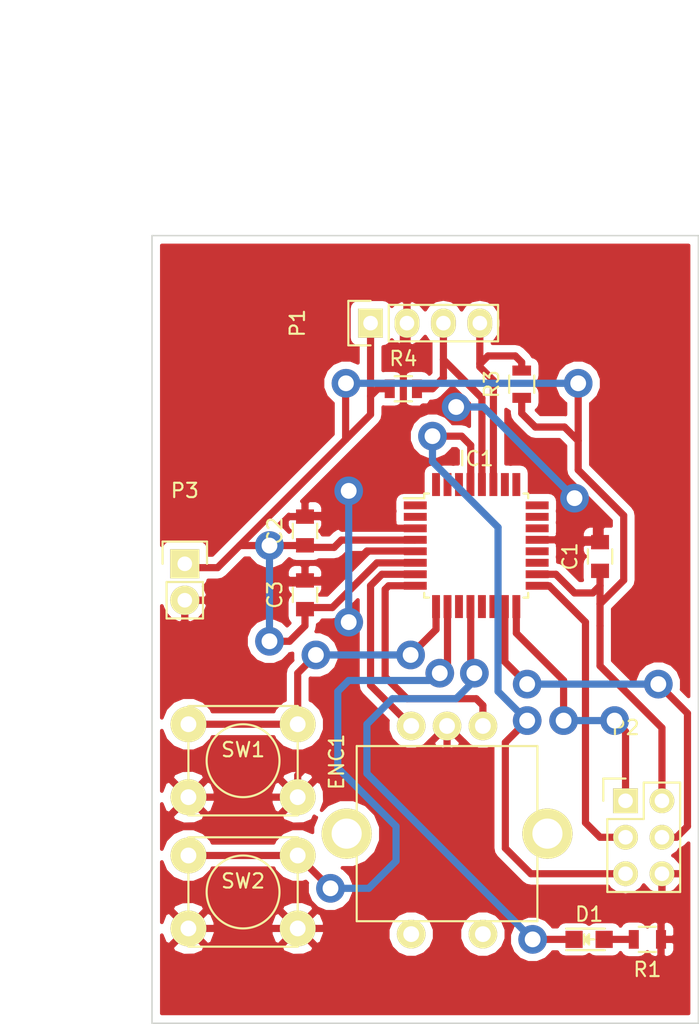
<source format=kicad_pcb>
(kicad_pcb (version 4) (host pcbnew 4.0.2+e4-6225~38~ubuntu14.04.1-stable)

  (general
    (links 40)
    (no_connects 1)
    (area 111.968001 75.382 161.626334 146.354001)
    (thickness 1.6)
    (drawings 7)
    (tracks 217)
    (zones 0)
    (modules 14)
    (nets 30)
  )

  (page A4)
  (layers
    (0 F.Cu signal)
    (31 B.Cu signal)
    (32 B.Adhes user)
    (33 F.Adhes user)
    (34 B.Paste user)
    (35 F.Paste user)
    (36 B.SilkS user)
    (37 F.SilkS user)
    (38 B.Mask user)
    (39 F.Mask user)
    (40 Dwgs.User user)
    (41 Cmts.User user)
    (42 Eco1.User user)
    (43 Eco2.User user)
    (44 Edge.Cuts user)
    (45 Margin user)
    (46 B.CrtYd user)
    (47 F.CrtYd user)
    (48 B.Fab user)
    (49 F.Fab user)
  )

  (setup
    (last_trace_width 0.5)
    (trace_clearance 0.254)
    (zone_clearance 0.508)
    (zone_45_only no)
    (trace_min 0.254)
    (segment_width 0.2)
    (edge_width 0.1)
    (via_size 2)
    (via_drill 1.1)
    (via_min_size 0.889)
    (via_min_drill 0.508)
    (uvia_size 0.508)
    (uvia_drill 0.127)
    (uvias_allowed no)
    (uvia_min_size 0.508)
    (uvia_min_drill 0.127)
    (pcb_text_width 0.3)
    (pcb_text_size 1.5 1.5)
    (mod_edge_width 0.15)
    (mod_text_size 1 1)
    (mod_text_width 0.15)
    (pad_size 1.5 1.5)
    (pad_drill 0.6)
    (pad_to_mask_clearance 0)
    (aux_axis_origin 0 0)
    (visible_elements FFFFFFFF)
    (pcbplotparams
      (layerselection 0x00030_80000001)
      (usegerberextensions false)
      (excludeedgelayer true)
      (linewidth 0.100000)
      (plotframeref false)
      (viasonmask false)
      (mode 1)
      (useauxorigin false)
      (hpglpennumber 1)
      (hpglpenspeed 20)
      (hpglpendiameter 15)
      (hpglpenoverlay 2)
      (psnegative false)
      (psa4output false)
      (plotreference true)
      (plotvalue true)
      (plotinvisibletext false)
      (padsonsilk false)
      (subtractmaskfromsilk false)
      (outputformat 1)
      (mirror false)
      (drillshape 1)
      (scaleselection 1)
      (outputdirectory final-topCu))
  )

  (net 0 "")
  (net 1 +3V3)
  (net 2 GND)
  (net 3 "Net-(D1-Pad2)")
  (net 4 "Net-(D1-Pad1)")
  (net 5 ENCB)
  (net 6 ENCA)
  (net 7 RST)
  (net 8 "Net-(IC1-Pad2)")
  (net 9 "Net-(IC1-Pad11)")
  (net 10 MOSI)
  (net 11 MISO)
  (net 12 SCK)
  (net 13 "Net-(IC1-Pad23)")
  (net 14 "Net-(IC1-Pad24)")
  (net 15 "Net-(IC1-Pad25)")
  (net 16 "Net-(IC1-Pad26)")
  (net 17 SDA)
  (net 18 SCL)
  (net 19 "Net-(IC1-Pad1)")
  (net 20 "Net-(IC1-Pad9)")
  (net 21 "Net-(IC1-Pad10)")
  (net 22 "Net-(IC1-Pad14)")
  (net 23 "Net-(IC1-Pad19)")
  (net 24 "Net-(IC1-Pad20)")
  (net 25 "Net-(IC1-Pad22)")
  (net 26 "Net-(IC1-Pad30)")
  (net 27 "Net-(IC1-Pad31)")
  (net 28 "Net-(IC1-Pad32)")
  (net 29 "Net-(IC1-Pad13)")

  (net_class Default "This is the default net class."
    (clearance 0.254)
    (trace_width 0.5)
    (via_dia 2)
    (via_drill 1.1)
    (uvia_dia 0.508)
    (uvia_drill 0.127)
    (add_net +3V3)
    (add_net ENCA)
    (add_net ENCB)
    (add_net GND)
    (add_net MISO)
    (add_net MOSI)
    (add_net "Net-(D1-Pad1)")
    (add_net "Net-(D1-Pad2)")
    (add_net "Net-(IC1-Pad1)")
    (add_net "Net-(IC1-Pad10)")
    (add_net "Net-(IC1-Pad11)")
    (add_net "Net-(IC1-Pad13)")
    (add_net "Net-(IC1-Pad14)")
    (add_net "Net-(IC1-Pad19)")
    (add_net "Net-(IC1-Pad2)")
    (add_net "Net-(IC1-Pad20)")
    (add_net "Net-(IC1-Pad22)")
    (add_net "Net-(IC1-Pad23)")
    (add_net "Net-(IC1-Pad24)")
    (add_net "Net-(IC1-Pad25)")
    (add_net "Net-(IC1-Pad26)")
    (add_net "Net-(IC1-Pad30)")
    (add_net "Net-(IC1-Pad31)")
    (add_net "Net-(IC1-Pad32)")
    (add_net "Net-(IC1-Pad9)")
    (add_net RST)
    (add_net SCK)
    (add_net SCL)
    (add_net SDA)
  )

  (module Capacitors_SMD:C_0805 (layer F.Cu) (tedit 5415D6EA) (tstamp 57354EA3)
    (at 154.686 113.792 90)
    (descr "Capacitor SMD 0805, reflow soldering, AVX (see smccp.pdf)")
    (tags "capacitor 0805")
    (path /5735214E)
    (attr smd)
    (fp_text reference C1 (at 0 -2.1 90) (layer F.SilkS)
      (effects (font (size 1 1) (thickness 0.15)))
    )
    (fp_text value 0.1uF (at 0 2.1 90) (layer F.Fab)
      (effects (font (size 1 1) (thickness 0.15)))
    )
    (fp_line (start -1.8 -1) (end 1.8 -1) (layer F.CrtYd) (width 0.05))
    (fp_line (start -1.8 1) (end 1.8 1) (layer F.CrtYd) (width 0.05))
    (fp_line (start -1.8 -1) (end -1.8 1) (layer F.CrtYd) (width 0.05))
    (fp_line (start 1.8 -1) (end 1.8 1) (layer F.CrtYd) (width 0.05))
    (fp_line (start 0.5 -0.85) (end -0.5 -0.85) (layer F.SilkS) (width 0.15))
    (fp_line (start -0.5 0.85) (end 0.5 0.85) (layer F.SilkS) (width 0.15))
    (pad 1 smd rect (at -1 0 90) (size 1 1.25) (layers F.Cu F.Paste F.Mask)
      (net 1 +3V3))
    (pad 2 smd rect (at 1 0 90) (size 1 1.25) (layers F.Cu F.Paste F.Mask)
      (net 2 GND))
    (model Capacitors_SMD.3dshapes/C_0805.wrl
      (at (xyz 0 0 0))
      (scale (xyz 1 1 1))
      (rotate (xyz 0 0 0))
    )
  )

  (module Capacitors_SMD:C_0805 (layer F.Cu) (tedit 5415D6EA) (tstamp 57354EA9)
    (at 134.112 112.014 90)
    (descr "Capacitor SMD 0805, reflow soldering, AVX (see smccp.pdf)")
    (tags "capacitor 0805")
    (path /57352125)
    (attr smd)
    (fp_text reference C2 (at 0 -2.1 90) (layer F.SilkS)
      (effects (font (size 1 1) (thickness 0.15)))
    )
    (fp_text value 0.1uF (at 0 2.1 90) (layer F.Fab)
      (effects (font (size 1 1) (thickness 0.15)))
    )
    (fp_line (start -1.8 -1) (end 1.8 -1) (layer F.CrtYd) (width 0.05))
    (fp_line (start -1.8 1) (end 1.8 1) (layer F.CrtYd) (width 0.05))
    (fp_line (start -1.8 -1) (end -1.8 1) (layer F.CrtYd) (width 0.05))
    (fp_line (start 1.8 -1) (end 1.8 1) (layer F.CrtYd) (width 0.05))
    (fp_line (start 0.5 -0.85) (end -0.5 -0.85) (layer F.SilkS) (width 0.15))
    (fp_line (start -0.5 0.85) (end 0.5 0.85) (layer F.SilkS) (width 0.15))
    (pad 1 smd rect (at -1 0 90) (size 1 1.25) (layers F.Cu F.Paste F.Mask)
      (net 1 +3V3))
    (pad 2 smd rect (at 1 0 90) (size 1 1.25) (layers F.Cu F.Paste F.Mask)
      (net 2 GND))
    (model Capacitors_SMD.3dshapes/C_0805.wrl
      (at (xyz 0 0 0))
      (scale (xyz 1 1 1))
      (rotate (xyz 0 0 0))
    )
  )

  (module LEDs:LED_0805 (layer F.Cu) (tedit 55BDE1C2) (tstamp 57354EAF)
    (at 153.924 140.462)
    (descr "LED 0805 smd package")
    (tags "LED 0805 SMD")
    (path /5735328B)
    (attr smd)
    (fp_text reference D1 (at 0 -1.75) (layer F.SilkS)
      (effects (font (size 1 1) (thickness 0.15)))
    )
    (fp_text value LED (at 0 1.75) (layer F.Fab)
      (effects (font (size 1 1) (thickness 0.15)))
    )
    (fp_line (start -1.6 0.75) (end 1.1 0.75) (layer F.SilkS) (width 0.15))
    (fp_line (start -1.6 -0.75) (end 1.1 -0.75) (layer F.SilkS) (width 0.15))
    (fp_line (start -0.1 0.15) (end -0.1 -0.1) (layer F.SilkS) (width 0.15))
    (fp_line (start -0.1 -0.1) (end -0.25 0.05) (layer F.SilkS) (width 0.15))
    (fp_line (start -0.35 -0.35) (end -0.35 0.35) (layer F.SilkS) (width 0.15))
    (fp_line (start 0 0) (end 0.35 0) (layer F.SilkS) (width 0.15))
    (fp_line (start -0.35 0) (end 0 -0.35) (layer F.SilkS) (width 0.15))
    (fp_line (start 0 -0.35) (end 0 0.35) (layer F.SilkS) (width 0.15))
    (fp_line (start 0 0.35) (end -0.35 0) (layer F.SilkS) (width 0.15))
    (fp_line (start 1.9 -0.95) (end 1.9 0.95) (layer F.CrtYd) (width 0.05))
    (fp_line (start 1.9 0.95) (end -1.9 0.95) (layer F.CrtYd) (width 0.05))
    (fp_line (start -1.9 0.95) (end -1.9 -0.95) (layer F.CrtYd) (width 0.05))
    (fp_line (start -1.9 -0.95) (end 1.9 -0.95) (layer F.CrtYd) (width 0.05))
    (pad 2 smd rect (at 1.04902 0 180) (size 1.19888 1.19888) (layers F.Cu F.Paste F.Mask)
      (net 3 "Net-(D1-Pad2)"))
    (pad 1 smd rect (at -1.04902 0 180) (size 1.19888 1.19888) (layers F.Cu F.Paste F.Mask)
      (net 4 "Net-(D1-Pad1)"))
    (model LEDs.3dshapes/LED_0805.wrl
      (at (xyz 0 0 0))
      (scale (xyz 1 1 1))
      (rotate (xyz 0 0 0))
    )
  )

  (module Housings_QFP:TQFP-32_7x7mm_Pitch0.8mm (layer F.Cu) (tedit 54130A77) (tstamp 57354EE4)
    (at 146.05 113.03)
    (descr "32-Lead Plastic Thin Quad Flatpack (PT) - 7x7x1.0 mm Body, 2.00 mm [TQFP] (see Microchip Packaging Specification 00000049BS.pdf)")
    (tags "QFP 0.8")
    (path /573556EE)
    (attr smd)
    (fp_text reference IC1 (at 0 -6.05) (layer F.SilkS)
      (effects (font (size 1 1) (thickness 0.15)))
    )
    (fp_text value ATMEGA328P-A (at 0 6.05) (layer F.Fab)
      (effects (font (size 1 1) (thickness 0.15)))
    )
    (fp_line (start -5.3 -5.3) (end -5.3 5.3) (layer F.CrtYd) (width 0.05))
    (fp_line (start 5.3 -5.3) (end 5.3 5.3) (layer F.CrtYd) (width 0.05))
    (fp_line (start -5.3 -5.3) (end 5.3 -5.3) (layer F.CrtYd) (width 0.05))
    (fp_line (start -5.3 5.3) (end 5.3 5.3) (layer F.CrtYd) (width 0.05))
    (fp_line (start -3.625 -3.625) (end -3.625 -3.3) (layer F.SilkS) (width 0.15))
    (fp_line (start 3.625 -3.625) (end 3.625 -3.3) (layer F.SilkS) (width 0.15))
    (fp_line (start 3.625 3.625) (end 3.625 3.3) (layer F.SilkS) (width 0.15))
    (fp_line (start -3.625 3.625) (end -3.625 3.3) (layer F.SilkS) (width 0.15))
    (fp_line (start -3.625 -3.625) (end -3.3 -3.625) (layer F.SilkS) (width 0.15))
    (fp_line (start -3.625 3.625) (end -3.3 3.625) (layer F.SilkS) (width 0.15))
    (fp_line (start 3.625 3.625) (end 3.3 3.625) (layer F.SilkS) (width 0.15))
    (fp_line (start 3.625 -3.625) (end 3.3 -3.625) (layer F.SilkS) (width 0.15))
    (fp_line (start -3.625 -3.3) (end -5.05 -3.3) (layer F.SilkS) (width 0.15))
    (pad 1 smd rect (at -4.25 -2.8) (size 1.6 0.55) (layers F.Cu F.Paste F.Mask)
      (net 19 "Net-(IC1-Pad1)"))
    (pad 2 smd rect (at -4.25 -2) (size 1.6 0.55) (layers F.Cu F.Paste F.Mask)
      (net 8 "Net-(IC1-Pad2)"))
    (pad 3 smd rect (at -4.25 -1.2) (size 1.6 0.55) (layers F.Cu F.Paste F.Mask)
      (net 2 GND))
    (pad 4 smd rect (at -4.25 -0.4) (size 1.6 0.55) (layers F.Cu F.Paste F.Mask)
      (net 1 +3V3))
    (pad 5 smd rect (at -4.25 0.4) (size 1.6 0.55) (layers F.Cu F.Paste F.Mask)
      (net 2 GND))
    (pad 6 smd rect (at -4.25 1.2) (size 1.6 0.55) (layers F.Cu F.Paste F.Mask)
      (net 1 +3V3))
    (pad 7 smd rect (at -4.25 2) (size 1.6 0.55) (layers F.Cu F.Paste F.Mask)
      (net 6 ENCA))
    (pad 8 smd rect (at -4.25 2.8) (size 1.6 0.55) (layers F.Cu F.Paste F.Mask)
      (net 5 ENCB))
    (pad 9 smd rect (at -2.8 4.25 90) (size 1.6 0.55) (layers F.Cu F.Paste F.Mask)
      (net 20 "Net-(IC1-Pad9)"))
    (pad 10 smd rect (at -2 4.25 90) (size 1.6 0.55) (layers F.Cu F.Paste F.Mask)
      (net 21 "Net-(IC1-Pad10)"))
    (pad 11 smd rect (at -1.2 4.25 90) (size 1.6 0.55) (layers F.Cu F.Paste F.Mask)
      (net 9 "Net-(IC1-Pad11)"))
    (pad 12 smd rect (at -0.4 4.25 90) (size 1.6 0.55) (layers F.Cu F.Paste F.Mask)
      (net 4 "Net-(D1-Pad1)"))
    (pad 13 smd rect (at 0.4 4.25 90) (size 1.6 0.55) (layers F.Cu F.Paste F.Mask)
      (net 29 "Net-(IC1-Pad13)"))
    (pad 14 smd rect (at 1.2 4.25 90) (size 1.6 0.55) (layers F.Cu F.Paste F.Mask)
      (net 22 "Net-(IC1-Pad14)"))
    (pad 15 smd rect (at 2 4.25 90) (size 1.6 0.55) (layers F.Cu F.Paste F.Mask)
      (net 10 MOSI))
    (pad 16 smd rect (at 2.8 4.25 90) (size 1.6 0.55) (layers F.Cu F.Paste F.Mask)
      (net 11 MISO))
    (pad 17 smd rect (at 4.25 2.8) (size 1.6 0.55) (layers F.Cu F.Paste F.Mask)
      (net 12 SCK))
    (pad 18 smd rect (at 4.25 2) (size 1.6 0.55) (layers F.Cu F.Paste F.Mask)
      (net 1 +3V3))
    (pad 19 smd rect (at 4.25 1.2) (size 1.6 0.55) (layers F.Cu F.Paste F.Mask)
      (net 23 "Net-(IC1-Pad19)"))
    (pad 20 smd rect (at 4.25 0.4) (size 1.6 0.55) (layers F.Cu F.Paste F.Mask)
      (net 24 "Net-(IC1-Pad20)"))
    (pad 21 smd rect (at 4.25 -0.4) (size 1.6 0.55) (layers F.Cu F.Paste F.Mask)
      (net 2 GND))
    (pad 22 smd rect (at 4.25 -1.2) (size 1.6 0.55) (layers F.Cu F.Paste F.Mask)
      (net 25 "Net-(IC1-Pad22)"))
    (pad 23 smd rect (at 4.25 -2) (size 1.6 0.55) (layers F.Cu F.Paste F.Mask)
      (net 13 "Net-(IC1-Pad23)"))
    (pad 24 smd rect (at 4.25 -2.8) (size 1.6 0.55) (layers F.Cu F.Paste F.Mask)
      (net 14 "Net-(IC1-Pad24)"))
    (pad 25 smd rect (at 2.8 -4.25 90) (size 1.6 0.55) (layers F.Cu F.Paste F.Mask)
      (net 15 "Net-(IC1-Pad25)"))
    (pad 26 smd rect (at 2 -4.25 90) (size 1.6 0.55) (layers F.Cu F.Paste F.Mask)
      (net 16 "Net-(IC1-Pad26)"))
    (pad 27 smd rect (at 1.2 -4.25 90) (size 1.6 0.55) (layers F.Cu F.Paste F.Mask)
      (net 17 SDA))
    (pad 28 smd rect (at 0.4 -4.25 90) (size 1.6 0.55) (layers F.Cu F.Paste F.Mask)
      (net 18 SCL))
    (pad 29 smd rect (at -0.4 -4.25 90) (size 1.6 0.55) (layers F.Cu F.Paste F.Mask)
      (net 7 RST))
    (pad 30 smd rect (at -1.2 -4.25 90) (size 1.6 0.55) (layers F.Cu F.Paste F.Mask)
      (net 26 "Net-(IC1-Pad30)"))
    (pad 31 smd rect (at -2 -4.25 90) (size 1.6 0.55) (layers F.Cu F.Paste F.Mask)
      (net 27 "Net-(IC1-Pad31)"))
    (pad 32 smd rect (at -2.8 -4.25 90) (size 1.6 0.55) (layers F.Cu F.Paste F.Mask)
      (net 28 "Net-(IC1-Pad32)"))
    (model Housings_QFP.3dshapes/TQFP-32_7x7mm_Pitch0.8mm.wrl
      (at (xyz 0 0 0))
      (scale (xyz 1 1 1))
      (rotate (xyz 0 0 0))
    )
  )

  (module Pin_Headers:Pin_Header_Straight_1x04 (layer F.Cu) (tedit 0) (tstamp 57354EEC)
    (at 138.684 97.536 90)
    (descr "Through hole pin header")
    (tags "pin header")
    (path /573522BC)
    (fp_text reference P1 (at 0 -5.1 90) (layer F.SilkS)
      (effects (font (size 1 1) (thickness 0.15)))
    )
    (fp_text value CONN_01X04 (at 0 -3.1 90) (layer F.Fab)
      (effects (font (size 1 1) (thickness 0.15)))
    )
    (fp_line (start -1.75 -1.75) (end -1.75 9.4) (layer F.CrtYd) (width 0.05))
    (fp_line (start 1.75 -1.75) (end 1.75 9.4) (layer F.CrtYd) (width 0.05))
    (fp_line (start -1.75 -1.75) (end 1.75 -1.75) (layer F.CrtYd) (width 0.05))
    (fp_line (start -1.75 9.4) (end 1.75 9.4) (layer F.CrtYd) (width 0.05))
    (fp_line (start -1.27 1.27) (end -1.27 8.89) (layer F.SilkS) (width 0.15))
    (fp_line (start 1.27 1.27) (end 1.27 8.89) (layer F.SilkS) (width 0.15))
    (fp_line (start 1.55 -1.55) (end 1.55 0) (layer F.SilkS) (width 0.15))
    (fp_line (start -1.27 8.89) (end 1.27 8.89) (layer F.SilkS) (width 0.15))
    (fp_line (start 1.27 1.27) (end -1.27 1.27) (layer F.SilkS) (width 0.15))
    (fp_line (start -1.55 0) (end -1.55 -1.55) (layer F.SilkS) (width 0.15))
    (fp_line (start -1.55 -1.55) (end 1.55 -1.55) (layer F.SilkS) (width 0.15))
    (pad 1 thru_hole rect (at 0 0 90) (size 2.032 1.7272) (drill 1.016) (layers *.Cu *.Mask F.SilkS)
      (net 1 +3V3))
    (pad 2 thru_hole oval (at 0 2.54 90) (size 2.032 1.7272) (drill 1.016) (layers *.Cu *.Mask F.SilkS)
      (net 2 GND))
    (pad 3 thru_hole oval (at 0 5.08 90) (size 2.032 1.7272) (drill 1.016) (layers *.Cu *.Mask F.SilkS)
      (net 18 SCL))
    (pad 4 thru_hole oval (at 0 7.62 90) (size 2.032 1.7272) (drill 1.016) (layers *.Cu *.Mask F.SilkS)
      (net 17 SDA))
    (model Pin_Headers.3dshapes/Pin_Header_Straight_1x04.wrl
      (at (xyz 0 -0.15 0))
      (scale (xyz 1 1 1))
      (rotate (xyz 0 0 90))
    )
  )

  (module Pin_Headers:Pin_Header_Straight_2x03 (layer F.Cu) (tedit 54EA0A4B) (tstamp 57354EF6)
    (at 156.464 130.81)
    (descr "Through hole pin header")
    (tags "pin header")
    (path /57354619)
    (fp_text reference P2 (at 0 -5.1) (layer F.SilkS)
      (effects (font (size 1 1) (thickness 0.15)))
    )
    (fp_text value CONN_02X03 (at 0 -3.1) (layer F.Fab)
      (effects (font (size 1 1) (thickness 0.15)))
    )
    (fp_line (start -1.27 1.27) (end -1.27 6.35) (layer F.SilkS) (width 0.15))
    (fp_line (start -1.55 -1.55) (end 0 -1.55) (layer F.SilkS) (width 0.15))
    (fp_line (start -1.75 -1.75) (end -1.75 6.85) (layer F.CrtYd) (width 0.05))
    (fp_line (start 4.3 -1.75) (end 4.3 6.85) (layer F.CrtYd) (width 0.05))
    (fp_line (start -1.75 -1.75) (end 4.3 -1.75) (layer F.CrtYd) (width 0.05))
    (fp_line (start -1.75 6.85) (end 4.3 6.85) (layer F.CrtYd) (width 0.05))
    (fp_line (start 1.27 -1.27) (end 1.27 1.27) (layer F.SilkS) (width 0.15))
    (fp_line (start 1.27 1.27) (end -1.27 1.27) (layer F.SilkS) (width 0.15))
    (fp_line (start -1.27 6.35) (end 3.81 6.35) (layer F.SilkS) (width 0.15))
    (fp_line (start 3.81 6.35) (end 3.81 1.27) (layer F.SilkS) (width 0.15))
    (fp_line (start -1.55 -1.55) (end -1.55 0) (layer F.SilkS) (width 0.15))
    (fp_line (start 3.81 -1.27) (end 1.27 -1.27) (layer F.SilkS) (width 0.15))
    (fp_line (start 3.81 1.27) (end 3.81 -1.27) (layer F.SilkS) (width 0.15))
    (pad 1 thru_hole rect (at 0 0) (size 1.7272 1.7272) (drill 1.016) (layers *.Cu *.Mask F.SilkS)
      (net 11 MISO))
    (pad 2 thru_hole oval (at 2.54 0) (size 1.7272 1.7272) (drill 1.016) (layers *.Cu *.Mask F.SilkS)
      (net 1 +3V3))
    (pad 3 thru_hole oval (at 0 2.54) (size 1.7272 1.7272) (drill 1.016) (layers *.Cu *.Mask F.SilkS)
      (net 12 SCK))
    (pad 4 thru_hole oval (at 2.54 2.54) (size 1.7272 1.7272) (drill 1.016) (layers *.Cu *.Mask F.SilkS)
      (net 10 MOSI))
    (pad 5 thru_hole oval (at 0 5.08) (size 1.7272 1.7272) (drill 1.016) (layers *.Cu *.Mask F.SilkS)
      (net 7 RST))
    (pad 6 thru_hole oval (at 2.54 5.08) (size 1.7272 1.7272) (drill 1.016) (layers *.Cu *.Mask F.SilkS)
      (net 2 GND))
    (model Pin_Headers.3dshapes/Pin_Header_Straight_2x03.wrl
      (at (xyz 0.05 -0.1 0))
      (scale (xyz 1 1 1))
      (rotate (xyz 0 0 90))
    )
  )

  (module Pin_Headers:Pin_Header_Straight_1x02 (layer F.Cu) (tedit 54EA090C) (tstamp 57354EFC)
    (at 125.73 114.3)
    (descr "Through hole pin header")
    (tags "pin header")
    (path /57353858)
    (fp_text reference P3 (at 0 -5.1) (layer F.SilkS)
      (effects (font (size 1 1) (thickness 0.15)))
    )
    (fp_text value CONN_01X02 (at 0 -3.1) (layer F.Fab)
      (effects (font (size 1 1) (thickness 0.15)))
    )
    (fp_line (start 1.27 1.27) (end 1.27 3.81) (layer F.SilkS) (width 0.15))
    (fp_line (start 1.55 -1.55) (end 1.55 0) (layer F.SilkS) (width 0.15))
    (fp_line (start -1.75 -1.75) (end -1.75 4.3) (layer F.CrtYd) (width 0.05))
    (fp_line (start 1.75 -1.75) (end 1.75 4.3) (layer F.CrtYd) (width 0.05))
    (fp_line (start -1.75 -1.75) (end 1.75 -1.75) (layer F.CrtYd) (width 0.05))
    (fp_line (start -1.75 4.3) (end 1.75 4.3) (layer F.CrtYd) (width 0.05))
    (fp_line (start 1.27 1.27) (end -1.27 1.27) (layer F.SilkS) (width 0.15))
    (fp_line (start -1.55 0) (end -1.55 -1.55) (layer F.SilkS) (width 0.15))
    (fp_line (start -1.55 -1.55) (end 1.55 -1.55) (layer F.SilkS) (width 0.15))
    (fp_line (start -1.27 1.27) (end -1.27 3.81) (layer F.SilkS) (width 0.15))
    (fp_line (start -1.27 3.81) (end 1.27 3.81) (layer F.SilkS) (width 0.15))
    (pad 1 thru_hole rect (at 0 0) (size 2.032 2.032) (drill 1.016) (layers *.Cu *.Mask F.SilkS)
      (net 1 +3V3))
    (pad 2 thru_hole oval (at 0 2.54) (size 2.032 2.032) (drill 1.016) (layers *.Cu *.Mask F.SilkS)
      (net 2 GND))
    (model Pin_Headers.3dshapes/Pin_Header_Straight_1x02.wrl
      (at (xyz 0 -0.05 0))
      (scale (xyz 1 1 1))
      (rotate (xyz 0 0 90))
    )
  )

  (module Resistors_SMD:R_0805 (layer F.Cu) (tedit 5415CDEB) (tstamp 57354F02)
    (at 157.988 140.462 180)
    (descr "Resistor SMD 0805, reflow soldering, Vishay (see dcrcw.pdf)")
    (tags "resistor 0805")
    (path /57353314)
    (attr smd)
    (fp_text reference R1 (at 0 -2.1 180) (layer F.SilkS)
      (effects (font (size 1 1) (thickness 0.15)))
    )
    (fp_text value 330 (at 0 2.1 180) (layer F.Fab)
      (effects (font (size 1 1) (thickness 0.15)))
    )
    (fp_line (start -1.6 -1) (end 1.6 -1) (layer F.CrtYd) (width 0.05))
    (fp_line (start -1.6 1) (end 1.6 1) (layer F.CrtYd) (width 0.05))
    (fp_line (start -1.6 -1) (end -1.6 1) (layer F.CrtYd) (width 0.05))
    (fp_line (start 1.6 -1) (end 1.6 1) (layer F.CrtYd) (width 0.05))
    (fp_line (start 0.6 0.875) (end -0.6 0.875) (layer F.SilkS) (width 0.15))
    (fp_line (start -0.6 -0.875) (end 0.6 -0.875) (layer F.SilkS) (width 0.15))
    (pad 1 smd rect (at -0.95 0 180) (size 0.7 1.3) (layers F.Cu F.Paste F.Mask)
      (net 2 GND))
    (pad 2 smd rect (at 0.95 0 180) (size 0.7 1.3) (layers F.Cu F.Paste F.Mask)
      (net 3 "Net-(D1-Pad2)"))
    (model Resistors_SMD.3dshapes/R_0805.wrl
      (at (xyz 0 0 0))
      (scale (xyz 1 1 1))
      (rotate (xyz 0 0 0))
    )
  )

  (module Resistors_SMD:R_0805 (layer F.Cu) (tedit 5415CDEB) (tstamp 57354F0E)
    (at 149.225 101.7905 90)
    (descr "Resistor SMD 0805, reflow soldering, Vishay (see dcrcw.pdf)")
    (tags "resistor 0805")
    (path /5735205C)
    (attr smd)
    (fp_text reference R3 (at 0 -2.1 90) (layer F.SilkS)
      (effects (font (size 1 1) (thickness 0.15)))
    )
    (fp_text value 4k7 (at 0 2.1 90) (layer F.Fab)
      (effects (font (size 1 1) (thickness 0.15)))
    )
    (fp_line (start -1.6 -1) (end 1.6 -1) (layer F.CrtYd) (width 0.05))
    (fp_line (start -1.6 1) (end 1.6 1) (layer F.CrtYd) (width 0.05))
    (fp_line (start -1.6 -1) (end -1.6 1) (layer F.CrtYd) (width 0.05))
    (fp_line (start 1.6 -1) (end 1.6 1) (layer F.CrtYd) (width 0.05))
    (fp_line (start 0.6 0.875) (end -0.6 0.875) (layer F.SilkS) (width 0.15))
    (fp_line (start -0.6 -0.875) (end 0.6 -0.875) (layer F.SilkS) (width 0.15))
    (pad 1 smd rect (at -0.95 0 90) (size 0.7 1.3) (layers F.Cu F.Paste F.Mask)
      (net 1 +3V3))
    (pad 2 smd rect (at 0.95 0 90) (size 0.7 1.3) (layers F.Cu F.Paste F.Mask)
      (net 17 SDA))
    (model Resistors_SMD.3dshapes/R_0805.wrl
      (at (xyz 0 0 0))
      (scale (xyz 1 1 1))
      (rotate (xyz 0 0 0))
    )
  )

  (module Resistors_SMD:R_0805 (layer F.Cu) (tedit 5415CDEB) (tstamp 57354F14)
    (at 140.97 102.108)
    (descr "Resistor SMD 0805, reflow soldering, Vishay (see dcrcw.pdf)")
    (tags "resistor 0805")
    (path /57352107)
    (attr smd)
    (fp_text reference R4 (at 0 -2.1) (layer F.SilkS)
      (effects (font (size 1 1) (thickness 0.15)))
    )
    (fp_text value 4k7 (at 0 2.1) (layer F.Fab)
      (effects (font (size 1 1) (thickness 0.15)))
    )
    (fp_line (start -1.6 -1) (end 1.6 -1) (layer F.CrtYd) (width 0.05))
    (fp_line (start -1.6 1) (end 1.6 1) (layer F.CrtYd) (width 0.05))
    (fp_line (start -1.6 -1) (end -1.6 1) (layer F.CrtYd) (width 0.05))
    (fp_line (start 1.6 -1) (end 1.6 1) (layer F.CrtYd) (width 0.05))
    (fp_line (start 0.6 0.875) (end -0.6 0.875) (layer F.SilkS) (width 0.15))
    (fp_line (start -0.6 -0.875) (end 0.6 -0.875) (layer F.SilkS) (width 0.15))
    (pad 1 smd rect (at -0.95 0) (size 0.7 1.3) (layers F.Cu F.Paste F.Mask)
      (net 1 +3V3))
    (pad 2 smd rect (at 0.95 0) (size 0.7 1.3) (layers F.Cu F.Paste F.Mask)
      (net 18 SCL))
    (model Resistors_SMD.3dshapes/R_0805.wrl
      (at (xyz 0 0 0))
      (scale (xyz 1 1 1))
      (rotate (xyz 0 0 0))
    )
  )

  (module SloCommunicator:enc130175f (layer F.Cu) (tedit 57354FFD) (tstamp 57354EC0)
    (at 144.018 133.096 90)
    (path /57352CCF)
    (fp_text reference ENC1 (at 5 -7.7 90) (layer F.SilkS)
      (effects (font (size 1 1) (thickness 0.15)))
    )
    (fp_text value ENC130175F (at -0.3 -3 90) (layer F.Fab)
      (effects (font (size 1 1) (thickness 0.15)))
    )
    (fp_line (start 6.1 -6.3) (end -6.1 -6.3) (layer F.SilkS) (width 0.15))
    (fp_line (start -6.1 -6.3) (end -6.1 6.3) (layer F.SilkS) (width 0.15))
    (fp_line (start -6.1 6.3) (end 6.1 6.3) (layer F.SilkS) (width 0.15))
    (fp_line (start 6.1 6.3) (end 6.1 -6.3) (layer F.SilkS) (width 0.15))
    (pad 2 thru_hole circle (at 7.5 0 90) (size 2 2) (drill 1.1) (layers *.Cu *.Mask B.Paste F.SilkS)
      (net 2 GND))
    (pad 1 thru_hole circle (at 7.5 -2.5 90) (size 2 2) (drill 1.1) (layers *.Cu *.Mask B.Paste F.SilkS)
      (net 6 ENCA))
    (pad 3 thru_hole circle (at 7.5 2.5 90) (size 2 2) (drill 1.1) (layers *.Cu *.Mask B.Paste F.SilkS)
      (net 5 ENCB))
    (pad 4 thru_hole circle (at -7 -2.5 90) (size 2 2) (drill 1.1) (layers *.Cu *.Mask B.Paste F.SilkS))
    (pad 5 thru_hole circle (at -7 2.5 90) (size 2 2) (drill 1.1) (layers *.Cu *.Mask B.Paste F.SilkS))
    (pad 6 thru_hole circle (at 0 -7 90) (size 3.5 3.5) (drill 2.1) (layers *.Cu *.Mask B.Paste F.SilkS))
    (pad 7 thru_hole circle (at 0 7 90) (size 3.5 3.5) (drill 2.1) (layers *.Cu *.Mask B.Paste F.SilkS))
  )

  (module SloCommunicator:TACT_SMALL (layer F.Cu) (tedit 573631F5) (tstamp 5736334B)
    (at 129.794 128.016)
    (path /57352CAD)
    (fp_text reference SW1 (at 0 -0.762) (layer F.SilkS)
      (effects (font (size 1 1) (thickness 0.15)))
    )
    (fp_text value SW_PUSH (at 0 1.016) (layer F.Fab)
      (effects (font (size 1 1) (thickness 0.15)))
    )
    (fp_circle (center 0 0) (end 0 -2.54) (layer F.SilkS) (width 0.15))
    (fp_line (start -3.81 -3.81) (end 3.81 -3.81) (layer F.SilkS) (width 0.15))
    (fp_line (start 3.81 -3.81) (end 3.81 3.81) (layer F.SilkS) (width 0.15))
    (fp_line (start 3.81 3.81) (end -3.81 3.81) (layer F.SilkS) (width 0.15))
    (fp_line (start -3.81 -3.81) (end -3.81 3.81) (layer F.SilkS) (width 0.15))
    (pad 1 thru_hole circle (at 3.81 -2.54) (size 2.5 2.5) (drill 1.1) (layers *.Cu *.Mask F.SilkS)
      (net 20 "Net-(IC1-Pad9)"))
    (pad 2 thru_hole circle (at 3.81 2.54) (size 2.5 2.5) (drill 1.1) (layers *.Cu *.Mask F.SilkS)
      (net 2 GND))
    (pad 1 thru_hole circle (at -3.81 -2.54) (size 2.5 2.5) (drill 1.1) (layers *.Cu *.Mask F.SilkS)
      (net 20 "Net-(IC1-Pad9)"))
    (pad 2 thru_hole circle (at -3.81 2.54) (size 2.5 2.5) (drill 1.1) (layers *.Cu *.Mask F.SilkS)
      (net 2 GND))
  )

  (module SloCommunicator:TACT_SMALL (layer F.Cu) (tedit 573631F5) (tstamp 57363358)
    (at 129.794 137.16)
    (path /57352C4B)
    (fp_text reference SW2 (at 0 -0.762) (layer F.SilkS)
      (effects (font (size 1 1) (thickness 0.15)))
    )
    (fp_text value SW_PUSH (at 0 1.016) (layer F.Fab)
      (effects (font (size 1 1) (thickness 0.15)))
    )
    (fp_circle (center 0 0) (end 0 -2.54) (layer F.SilkS) (width 0.15))
    (fp_line (start -3.81 -3.81) (end 3.81 -3.81) (layer F.SilkS) (width 0.15))
    (fp_line (start 3.81 -3.81) (end 3.81 3.81) (layer F.SilkS) (width 0.15))
    (fp_line (start 3.81 3.81) (end -3.81 3.81) (layer F.SilkS) (width 0.15))
    (fp_line (start -3.81 -3.81) (end -3.81 3.81) (layer F.SilkS) (width 0.15))
    (pad 1 thru_hole circle (at 3.81 -2.54) (size 2.5 2.5) (drill 1.1) (layers *.Cu *.Mask F.SilkS)
      (net 21 "Net-(IC1-Pad10)"))
    (pad 2 thru_hole circle (at 3.81 2.54) (size 2.5 2.5) (drill 1.1) (layers *.Cu *.Mask F.SilkS)
      (net 2 GND))
    (pad 1 thru_hole circle (at -3.81 -2.54) (size 2.5 2.5) (drill 1.1) (layers *.Cu *.Mask F.SilkS)
      (net 21 "Net-(IC1-Pad10)"))
    (pad 2 thru_hole circle (at -3.81 2.54) (size 2.5 2.5) (drill 1.1) (layers *.Cu *.Mask F.SilkS)
      (net 2 GND))
  )

  (module Capacitors_SMD:C_0805 (layer F.Cu) (tedit 5415D6EA) (tstamp 573675DC)
    (at 134.112 116.459 90)
    (descr "Capacitor SMD 0805, reflow soldering, AVX (see smccp.pdf)")
    (tags "capacitor 0805")
    (path /57367607)
    (attr smd)
    (fp_text reference C3 (at 0 -2.1 90) (layer F.SilkS)
      (effects (font (size 1 1) (thickness 0.15)))
    )
    (fp_text value 0.1uF (at 0 2.1 90) (layer F.Fab)
      (effects (font (size 1 1) (thickness 0.15)))
    )
    (fp_line (start -1.8 -1) (end 1.8 -1) (layer F.CrtYd) (width 0.05))
    (fp_line (start -1.8 1) (end 1.8 1) (layer F.CrtYd) (width 0.05))
    (fp_line (start -1.8 -1) (end -1.8 1) (layer F.CrtYd) (width 0.05))
    (fp_line (start 1.8 -1) (end 1.8 1) (layer F.CrtYd) (width 0.05))
    (fp_line (start 0.5 -0.85) (end -0.5 -0.85) (layer F.SilkS) (width 0.15))
    (fp_line (start -0.5 0.85) (end 0.5 0.85) (layer F.SilkS) (width 0.15))
    (pad 1 smd rect (at -1 0 90) (size 1 1.25) (layers F.Cu F.Paste F.Mask)
      (net 1 +3V3))
    (pad 2 smd rect (at 1 0 90) (size 1 1.25) (layers F.Cu F.Paste F.Mask)
      (net 2 GND))
    (model Capacitors_SMD.3dshapes/C_0805.wrl
      (at (xyz 0 0 0))
      (scale (xyz 1 1 1))
      (rotate (xyz 0 0 0))
    )
  )

  (dimension 18.288 (width 0.3) (layer Eco2.User)
    (gr_text "18.288 mm" (at 132.588 81.962) (layer Eco2.User)
      (effects (font (size 1.5 1.5) (thickness 0.3)))
    )
    (feature1 (pts (xy 141.732 91.44) (xy 141.732 80.612)))
    (feature2 (pts (xy 123.444 91.44) (xy 123.444 80.612)))
    (crossbar (pts (xy 123.444 83.312) (xy 141.732 83.312)))
    (arrow1a (pts (xy 141.732 83.312) (xy 140.605496 83.898421)))
    (arrow1b (pts (xy 141.732 83.312) (xy 140.605496 82.725579)))
    (arrow2a (pts (xy 123.444 83.312) (xy 124.570504 83.898421)))
    (arrow2b (pts (xy 123.444 83.312) (xy 124.570504 82.725579)))
  )
  (dimension 37.084 (width 0.3) (layer Eco2.User)
    (gr_text "37.084 mm" (at 141.986 76.882) (layer Eco2.User)
      (effects (font (size 1.5 1.5) (thickness 0.3)))
    )
    (feature1 (pts (xy 160.528 91.44) (xy 160.528 75.532)))
    (feature2 (pts (xy 123.444 91.44) (xy 123.444 75.532)))
    (crossbar (pts (xy 123.444 78.232) (xy 160.528 78.232)))
    (arrow1a (pts (xy 160.528 78.232) (xy 159.401496 78.818421)))
    (arrow1b (pts (xy 160.528 78.232) (xy 159.401496 77.645579)))
    (arrow2a (pts (xy 123.444 78.232) (xy 124.570504 78.818421)))
    (arrow2b (pts (xy 123.444 78.232) (xy 124.570504 77.645579)))
  )
  (gr_line (start 123.444 91.44) (end 161.544 91.44) (angle 90) (layer Edge.Cuts) (width 0.1))
  (gr_line (start 123.444 146.304) (end 123.444 91.44) (angle 90) (layer Edge.Cuts) (width 0.1))
  (gr_line (start 161.544 146.304) (end 123.444 146.304) (angle 90) (layer Edge.Cuts) (width 0.1))
  (gr_line (start 161.544 91.44) (end 161.544 146.304) (angle 90) (layer Edge.Cuts) (width 0.1))
  (dimension 25.4 (width 0.3) (layer Eco2.User)
    (gr_text "25.400 mm" (at 118.618 110.236 90) (layer Eco2.User) (tstamp 5735516A)
      (effects (font (size 1.5 1.5) (thickness 0.3)))
    )
    (feature1 (pts (xy 117.94 97.79) (xy 123.18 97.79)))
    (feature2 (pts (xy 117.94 123.19) (xy 123.18 123.19)))
    (crossbar (pts (xy 120.48 123.19) (xy 120.48 97.79)))
    (arrow1a (pts (xy 120.48 97.79) (xy 121.066421 98.916504)))
    (arrow1b (pts (xy 120.48 97.79) (xy 119.893579 98.916504)))
    (arrow2a (pts (xy 120.48 123.19) (xy 121.066421 122.063496)))
    (arrow2b (pts (xy 120.48 123.19) (xy 119.893579 122.063496)))
  )

  (segment (start 149.225 102.7405) (end 149.225 103.8225) (width 0.5) (layer F.Cu) (net 1))
  (segment (start 152.2095 104.775) (end 153.162 105.7275) (width 0.5) (layer F.Cu) (net 1) (tstamp 57367805))
  (segment (start 150.1775 104.775) (end 152.2095 104.775) (width 0.5) (layer F.Cu) (net 1) (tstamp 57367803))
  (segment (start 149.225 103.8225) (end 150.1775 104.775) (width 0.5) (layer F.Cu) (net 1) (tstamp 57367800))
  (segment (start 136.94575 105.64025) (end 136.94575 101.75075) (width 0.5) (layer F.Cu) (net 1))
  (segment (start 156.337 115.443) (end 154.686 117.094) (width 0.5) (layer F.Cu) (net 1) (tstamp 573677F5))
  (segment (start 156.337 110.9345) (end 156.337 115.443) (width 0.5) (layer F.Cu) (net 1) (tstamp 573677F4))
  (segment (start 153.162 107.7595) (end 156.337 110.9345) (width 0.5) (layer F.Cu) (net 1) (tstamp 573677EC))
  (segment (start 153.162 101.727) (end 153.162 105.7275) (width 0.5) (layer F.Cu) (net 1) (tstamp 573677EB))
  (segment (start 153.162 105.7275) (end 153.162 107.7595) (width 0.5) (layer F.Cu) (net 1) (tstamp 57367808))
  (via (at 153.162 101.727) (size 2) (drill 1.1) (layers F.Cu B.Cu) (net 1))
  (segment (start 136.9695 101.727) (end 153.162 101.727) (width 0.5) (layer B.Cu) (net 1) (tstamp 573677E5))
  (via (at 136.9695 101.727) (size 2) (drill 1.1) (layers F.Cu B.Cu) (net 1))
  (segment (start 136.94575 101.75075) (end 136.9695 101.727) (width 0.5) (layer F.Cu) (net 1) (tstamp 573677DF))
  (segment (start 134.112 117.459) (end 134.112 118.618) (width 0.5) (layer F.Cu) (net 1))
  (via (at 131.6355 113.03) (size 2) (drill 1.1) (layers F.Cu B.Cu) (net 1))
  (segment (start 131.6355 119.6975) (end 131.6355 113.03) (width 0.5) (layer B.Cu) (net 1) (tstamp 57367719))
  (via (at 131.6355 119.6975) (size 2) (drill 1.1) (layers F.Cu B.Cu) (net 1))
  (segment (start 133.0325 119.6975) (end 131.6355 119.6975) (width 0.5) (layer F.Cu) (net 1) (tstamp 57367713))
  (segment (start 134.112 118.618) (end 133.0325 119.6975) (width 0.5) (layer F.Cu) (net 1) (tstamp 5736770E))
  (segment (start 134.112 113.014) (end 134.096 113.03) (width 0.5) (layer F.Cu) (net 1))
  (segment (start 134.096 113.03) (end 131.6355 113.03) (width 0.5) (layer F.Cu) (net 1) (tstamp 5736769D))
  (segment (start 131.6355 113.03) (end 129.556 113.03) (width 0.5) (layer F.Cu) (net 1) (tstamp 57367721))
  (segment (start 141.8 114.23) (end 141.7935 114.2365) (width 0.5) (layer F.Cu) (net 1))
  (segment (start 141.7935 114.2365) (end 139.1285 114.2365) (width 0.5) (layer F.Cu) (net 1) (tstamp 57367672))
  (segment (start 136.017 117.348) (end 134.223 117.348) (width 0.5) (layer F.Cu) (net 1) (tstamp 57367681))
  (segment (start 139.1285 114.2365) (end 136.017 117.348) (width 0.5) (layer F.Cu) (net 1) (tstamp 57367676))
  (segment (start 134.223 117.348) (end 134.112 117.459) (width 0.5) (layer F.Cu) (net 1) (tstamp 57367685))
  (segment (start 141.8 112.63) (end 141.781 112.649) (width 0.5) (layer F.Cu) (net 1))
  (segment (start 141.781 112.649) (end 136.652 112.649) (width 0.5) (layer F.Cu) (net 1) (tstamp 57367622))
  (segment (start 136.144 113.157) (end 134.255 113.157) (width 0.5) (layer F.Cu) (net 1) (tstamp 5736762B))
  (segment (start 136.652 112.649) (end 136.144 113.157) (width 0.5) (layer F.Cu) (net 1) (tstamp 57367626))
  (segment (start 134.255 113.157) (end 134.112 113.014) (width 0.5) (layer F.Cu) (net 1) (tstamp 5736762D))
  (segment (start 154.686 115.824) (end 154.686 117.094) (width 0.5) (layer F.Cu) (net 1))
  (segment (start 154.686 117.094) (end 154.686 118.618) (width 0.5) (layer F.Cu) (net 1) (tstamp 573677FD))
  (segment (start 154.686 121.412) (end 159.004 125.73) (width 0.5) (layer F.Cu) (net 1) (tstamp 57362843))
  (segment (start 159.004 125.73) (end 159.004 130.81) (width 0.5) (layer F.Cu) (net 1) (tstamp 5736284C))
  (segment (start 154.686 118.618) (end 154.686 121.412) (width 0.5) (layer F.Cu) (net 1) (tstamp 57362884))
  (segment (start 150.3 115.03) (end 151.606 115.03) (width 0.5) (layer F.Cu) (net 1))
  (segment (start 154.686 115.824) (end 154.686 114.792) (width 0.5) (layer F.Cu) (net 1) (tstamp 57362839))
  (segment (start 154.178 116.332) (end 154.686 115.824) (width 0.5) (layer F.Cu) (net 1) (tstamp 57362837))
  (segment (start 152.908 116.332) (end 154.178 116.332) (width 0.5) (layer F.Cu) (net 1) (tstamp 57362836))
  (segment (start 151.606 115.03) (end 152.908 116.332) (width 0.5) (layer F.Cu) (net 1) (tstamp 57362834))
  (segment (start 154.448 115.03) (end 154.686 114.792) (width 0.5) (layer F.Cu) (net 1) (tstamp 5736281B))
  (segment (start 140.02 102.108) (end 139.192 102.108) (width 0.5) (layer F.Cu) (net 1))
  (segment (start 139.192 102.108) (end 138.684 102.616) (width 0.5) (layer F.Cu) (net 1) (tstamp 573625F6))
  (segment (start 128.016 114.57) (end 129.556 113.03) (width 0.5) (layer F.Cu) (net 1))
  (segment (start 129.556 113.03) (end 136.94575 105.64025) (width 0.5) (layer F.Cu) (net 1) (tstamp 573676A1))
  (segment (start 136.94575 105.64025) (end 138.684 103.902) (width 0.5) (layer F.Cu) (net 1) (tstamp 573677DD))
  (segment (start 138.684 103.902) (end 138.684 102.616) (width 0.5) (layer F.Cu) (net 1) (tstamp 573625BE))
  (segment (start 138.684 102.616) (end 138.684 97.536) (width 0.5) (layer F.Cu) (net 1) (tstamp 573625F9))
  (segment (start 128.016 114.57) (end 126 114.57) (width 0.5) (layer F.Cu) (net 1) (tstamp 573625BC))
  (segment (start 126 114.57) (end 125.73 114.3) (width 0.5) (layer F.Cu) (net 1) (tstamp 57355299))
  (segment (start 141.8 113.43) (end 141.781 113.411) (width 0.5) (layer F.Cu) (net 2))
  (segment (start 141.781 113.411) (end 138.43 113.411) (width 0.5) (layer F.Cu) (net 2) (tstamp 573676F0))
  (segment (start 138.43 113.411) (end 136.271 115.57) (width 0.5) (layer F.Cu) (net 2) (tstamp 573676F2))
  (segment (start 136.271 115.57) (end 134.223 115.57) (width 0.5) (layer F.Cu) (net 2) (tstamp 573676FA))
  (segment (start 134.223 115.57) (end 134.112 115.459) (width 0.5) (layer F.Cu) (net 2) (tstamp 573676FB))
  (segment (start 125.73 116.84) (end 128.524 116.84) (width 0.5) (layer F.Cu) (net 2))
  (segment (start 131.191 115.6335) (end 133.9375 115.6335) (width 0.5) (layer F.Cu) (net 2) (tstamp 573676CC))
  (segment (start 129.9845 116.84) (end 131.191 115.6335) (width 0.5) (layer F.Cu) (net 2) (tstamp 573676C8))
  (segment (start 128.524 116.84) (end 129.9845 116.84) (width 0.5) (layer F.Cu) (net 2) (tstamp 573676C5))
  (segment (start 133.9375 115.6335) (end 134.112 115.459) (width 0.5) (layer F.Cu) (net 2) (tstamp 573676CF))
  (segment (start 135.85825 110.96625) (end 137.16 109.6645) (width 0.5) (layer F.Cu) (net 2))
  (segment (start 137.16 109.6645) (end 137.16 109.22) (width 0.5) (layer F.Cu) (net 2) (tstamp 57367664))
  (segment (start 141.8 111.83) (end 141.7935 111.8235) (width 0.5) (layer F.Cu) (net 2))
  (segment (start 141.7935 111.8235) (end 136.7155 111.8235) (width 0.5) (layer F.Cu) (net 2) (tstamp 57367654))
  (segment (start 136.7155 111.8235) (end 135.85825 110.96625) (width 0.5) (layer F.Cu) (net 2) (tstamp 57367658))
  (segment (start 135.85825 110.96625) (end 135.8265 110.9345) (width 0.5) (layer F.Cu) (net 2) (tstamp 57367662))
  (segment (start 135.8265 110.9345) (end 134.1915 110.9345) (width 0.5) (layer F.Cu) (net 2) (tstamp 5736765B))
  (segment (start 134.1915 110.9345) (end 134.112 111.014) (width 0.5) (layer F.Cu) (net 2) (tstamp 5736765D))
  (segment (start 140.97 104.775) (end 142.367 103.378) (width 0.5) (layer F.Cu) (net 2))
  (segment (start 154.432 111.252) (end 154.432 112.538) (width 0.5) (layer F.Cu) (net 2) (tstamp 57362E89))
  (segment (start 152.908 109.728) (end 154.432 111.252) (width 0.5) (layer F.Cu) (net 2) (tstamp 57362E88))
  (via (at 152.908 109.728) (size 2) (drill 1.1) (layers F.Cu B.Cu) (net 2))
  (segment (start 146.558 103.378) (end 152.908 109.728) (width 0.5) (layer B.Cu) (net 2) (tstamp 57362E86))
  (segment (start 144.653 103.378) (end 146.558 103.378) (width 0.5) (layer B.Cu) (net 2) (tstamp 57362E85))
  (via (at 144.653 103.378) (size 2) (drill 1.1) (layers F.Cu B.Cu) (net 2))
  (segment (start 142.367 103.378) (end 144.653 103.378) (width 0.5) (layer F.Cu) (net 2) (tstamp 57362E83))
  (segment (start 154.432 112.538) (end 154.686 112.792) (width 0.5) (layer F.Cu) (net 2) (tstamp 57362E8C))
  (segment (start 134.62 128.016) (end 133.604 129.032) (width 0.5) (layer F.Cu) (net 2))
  (segment (start 137.16 125.476) (end 134.62 128.016) (width 0.5) (layer F.Cu) (net 2) (tstamp 57362B8A))
  (segment (start 133.604 129.032) (end 133.604 130.556) (width 0.5) (layer F.Cu) (net 2) (tstamp 57362B99))
  (segment (start 125.984 130.556) (end 133.604 130.556) (width 0.5) (layer F.Cu) (net 2))
  (segment (start 133.604 139.7) (end 135.89 139.7) (width 0.5) (layer F.Cu) (net 2))
  (segment (start 139.7 129.032) (end 140.208 128.524) (width 0.5) (layer F.Cu) (net 2) (tstamp 57362B52))
  (segment (start 139.7 135.89) (end 139.7 129.032) (width 0.5) (layer F.Cu) (net 2) (tstamp 57362B4F))
  (segment (start 135.89 139.7) (end 139.7 135.89) (width 0.5) (layer F.Cu) (net 2) (tstamp 57362B4C))
  (segment (start 125.984 139.7) (end 133.604 139.7) (width 0.5) (layer F.Cu) (net 2))
  (segment (start 158.938 140.462) (end 158.938 137.48) (width 0.5) (layer F.Cu) (net 2))
  (segment (start 158.938 137.48) (end 158.75 137.668) (width 0.5) (layer F.Cu) (net 2) (tstamp 57362A43))
  (segment (start 150.3 112.63) (end 154.524 112.63) (width 0.5) (layer F.Cu) (net 2))
  (segment (start 154.524 112.63) (end 154.686 112.792) (width 0.5) (layer F.Cu) (net 2) (tstamp 5736281E))
  (segment (start 144.018 127.254) (end 144.018 133.858) (width 0.5) (layer F.Cu) (net 2))
  (segment (start 159.004 137.414) (end 159.004 135.89) (width 0.5) (layer F.Cu) (net 2) (tstamp 573627CF))
  (segment (start 157.734 138.684) (end 158.75 137.668) (width 0.5) (layer F.Cu) (net 2) (tstamp 573627CE))
  (segment (start 158.75 137.668) (end 159.004 137.414) (width 0.5) (layer F.Cu) (net 2) (tstamp 57362A46))
  (segment (start 148.844 138.684) (end 157.734 138.684) (width 0.5) (layer F.Cu) (net 2) (tstamp 573627CC))
  (segment (start 144.018 133.858) (end 148.844 138.684) (width 0.5) (layer F.Cu) (net 2) (tstamp 573627CA))
  (segment (start 137.16 118.364) (end 137.16 125.476) (width 0.5) (layer F.Cu) (net 2))
  (segment (start 137.16 125.476) (end 140.208 128.524) (width 0.5) (layer F.Cu) (net 2) (tstamp 573627C2))
  (segment (start 144.018 127.254) (end 144.018 125.596) (width 0.5) (layer F.Cu) (net 2) (tstamp 573627C7))
  (segment (start 142.748 128.524) (end 144.018 127.254) (width 0.5) (layer F.Cu) (net 2) (tstamp 573627C6))
  (segment (start 140.208 128.524) (end 142.748 128.524) (width 0.5) (layer F.Cu) (net 2) (tstamp 573627C4))
  (segment (start 141.224 97.536) (end 140.97 97.79) (width 0.5) (layer F.Cu) (net 2))
  (segment (start 140.97 97.79) (end 140.97 104.775) (width 0.5) (layer F.Cu) (net 2) (tstamp 573625CB))
  (segment (start 140.97 104.775) (end 140.97 105.41) (width 0.5) (layer F.Cu) (net 2) (tstamp 57362E81))
  (segment (start 137.16 118.364) (end 137.16 118.332) (width 0.5) (layer F.Cu) (net 2))
  (segment (start 140.97 105.41) (end 138.684 107.696) (width 0.5) (layer F.Cu) (net 2) (tstamp 573625D3))
  (via (at 137.16 118.364) (size 2) (drill 1.1) (layers F.Cu B.Cu) (net 2))
  (via (at 137.16 109.22) (size 2) (drill 1.1) (layers F.Cu B.Cu) (net 2))
  (segment (start 137.16 109.22) (end 137.16 118.364) (width 0.5) (layer B.Cu) (net 2) (tstamp 573556CE))
  (segment (start 138.684 107.696) (end 137.16 109.22) (width 0.5) (layer F.Cu) (net 2) (tstamp 57355750))
  (segment (start 157.038 140.462) (end 154.97302 140.462) (width 0.5) (layer F.Cu) (net 3))
  (segment (start 145.65 117.28) (end 145.669 117.299) (width 0.5) (layer F.Cu) (net 4))
  (segment (start 145.669 117.299) (end 145.669 121.666) (width 0.5) (layer F.Cu) (net 4) (tstamp 57362C22))
  (segment (start 145.669 121.666) (end 145.923 121.92) (width 0.5) (layer F.Cu) (net 4) (tstamp 57362C27))
  (via (at 145.923 121.92) (size 2) (drill 1.1) (layers F.Cu B.Cu) (net 4))
  (segment (start 145.923 121.92) (end 145.923 122.428) (width 0.5) (layer B.Cu) (net 4) (tstamp 57362C2D))
  (segment (start 145.923 122.428) (end 144.653 123.698) (width 0.5) (layer B.Cu) (net 4) (tstamp 57362C2E))
  (segment (start 144.653 123.698) (end 140.208 123.698) (width 0.5) (layer B.Cu) (net 4) (tstamp 57362C30))
  (segment (start 140.208 123.698) (end 138.43 125.476) (width 0.5) (layer B.Cu) (net 4) (tstamp 57362C32))
  (segment (start 138.43 125.476) (end 138.43 128.905) (width 0.5) (layer B.Cu) (net 4) (tstamp 57362C36))
  (segment (start 138.43 128.905) (end 149.987 140.462) (width 0.5) (layer B.Cu) (net 4) (tstamp 57362C39))
  (via (at 149.987 140.462) (size 2) (drill 1.1) (layers F.Cu B.Cu) (net 4))
  (segment (start 149.987 140.462) (end 152.87498 140.462) (width 0.5) (layer F.Cu) (net 4) (tstamp 57362C49))
  (segment (start 141.224 123.698) (end 146.05 123.698) (width 0.5) (layer F.Cu) (net 5) (tstamp 57362A69))
  (segment (start 141.8 115.83) (end 139.948 115.83) (width 0.5) (layer F.Cu) (net 5))
  (segment (start 146.518 124.166) (end 146.518 125.596) (width 0.5) (layer F.Cu) (net 5) (tstamp 57362A70))
  (segment (start 146.05 123.698) (end 146.518 124.166) (width 0.5) (layer F.Cu) (net 5) (tstamp 57362A6E))
  (segment (start 139.7 122.174) (end 141.224 123.698) (width 0.5) (layer F.Cu) (net 5) (tstamp 57362A67))
  (segment (start 139.7 116.078) (end 139.7 122.174) (width 0.5) (layer F.Cu) (net 5) (tstamp 57362A62))
  (segment (start 139.948 115.83) (end 139.7 116.078) (width 0.5) (layer F.Cu) (net 5) (tstamp 57362A60))
  (segment (start 141.8 115.03) (end 139.478 115.03) (width 0.5) (layer F.Cu) (net 6))
  (segment (start 138.684 122.762) (end 141.518 125.596) (width 0.5) (layer F.Cu) (net 6) (tstamp 573627BD))
  (segment (start 138.684 115.824) (end 138.684 122.762) (width 0.5) (layer F.Cu) (net 6) (tstamp 573627BC))
  (segment (start 139.478 115.03) (end 138.684 115.824) (width 0.5) (layer F.Cu) (net 6) (tstamp 573627BB))
  (segment (start 145.65 108.78) (end 145.669 108.761) (width 0.5) (layer F.Cu) (net 7))
  (segment (start 145.669 108.761) (end 145.669 106.045) (width 0.5) (layer F.Cu) (net 7) (tstamp 57362E4D))
  (segment (start 145.669 106.045) (end 145.034 105.41) (width 0.5) (layer F.Cu) (net 7) (tstamp 57362E50))
  (segment (start 145.034 105.41) (end 143.002 105.41) (width 0.5) (layer F.Cu) (net 7) (tstamp 57362E52))
  (segment (start 143.0655 107.2515) (end 143.002 107.188) (width 0.5) (layer B.Cu) (net 7))
  (segment (start 143.002 107.188) (end 143.002 105.41) (width 0.5) (layer B.Cu) (net 7) (tstamp 57362E3D))
  (via (at 143.002 105.41) (size 2) (drill 1.1) (layers F.Cu B.Cu) (net 7))
  (segment (start 149.86 135.89) (end 148.082 134.112) (width 0.5) (layer F.Cu) (net 7) (tstamp 57362923))
  (segment (start 148.082 134.112) (end 148.082 126.746) (width 0.5) (layer F.Cu) (net 7) (tstamp 57362927))
  (segment (start 148.082 126.746) (end 149.606 125.222) (width 0.5) (layer F.Cu) (net 7) (tstamp 57362928))
  (via (at 149.606 125.222) (size 2) (drill 1.1) (layers F.Cu B.Cu) (net 7))
  (segment (start 149.86 135.89) (end 156.464 135.89) (width 0.5) (layer F.Cu) (net 7))
  (segment (start 147.574 123.19) (end 149.606 125.222) (width 0.5) (layer B.Cu) (net 7) (tstamp 57362A06))
  (segment (start 147.574 111.76) (end 147.574 123.19) (width 0.5) (layer B.Cu) (net 7) (tstamp 57362A03))
  (segment (start 143.0655 107.2515) (end 147.574 111.76) (width 0.5) (layer B.Cu) (net 7) (tstamp 57362E3B))
  (segment (start 148.05 117.28) (end 148.05 121.126) (width 0.5) (layer F.Cu) (net 10))
  (segment (start 160.02 133.35) (end 159.004 133.35) (width 0.5) (layer F.Cu) (net 10) (tstamp 573629D8))
  (segment (start 160.782 132.588) (end 160.02 133.35) (width 0.5) (layer F.Cu) (net 10) (tstamp 573629D3))
  (segment (start 160.782 124.714) (end 160.782 132.588) (width 0.5) (layer F.Cu) (net 10) (tstamp 573629D1))
  (segment (start 158.75 122.682) (end 160.782 124.714) (width 0.5) (layer F.Cu) (net 10) (tstamp 573629D0))
  (via (at 158.75 122.682) (size 2) (drill 1.1) (layers F.Cu B.Cu) (net 10))
  (segment (start 149.606 122.682) (end 158.75 122.682) (width 0.5) (layer B.Cu) (net 10) (tstamp 573629CC))
  (via (at 149.606 122.682) (size 2) (drill 1.1) (layers F.Cu B.Cu) (net 10))
  (segment (start 148.05 121.126) (end 149.606 122.682) (width 0.5) (layer F.Cu) (net 10) (tstamp 573629C3))
  (segment (start 159.004 133.35) (end 159.766 133.35) (width 0.5) (layer F.Cu) (net 10))
  (segment (start 148.85 117.28) (end 148.85 119.132) (width 0.5) (layer F.Cu) (net 11))
  (segment (start 156.464 125.984) (end 156.464 130.81) (width 0.5) (layer F.Cu) (net 11) (tstamp 573629A9))
  (segment (start 155.702 125.222) (end 156.464 125.984) (width 0.5) (layer F.Cu) (net 11) (tstamp 573629A8))
  (via (at 155.702 125.222) (size 2) (drill 1.1) (layers F.Cu B.Cu) (net 11))
  (segment (start 152.146 125.222) (end 155.702 125.222) (width 0.5) (layer B.Cu) (net 11) (tstamp 573629A5))
  (via (at 152.146 125.222) (size 2) (drill 1.1) (layers F.Cu B.Cu) (net 11))
  (segment (start 152.146 122.428) (end 152.146 125.222) (width 0.5) (layer F.Cu) (net 11) (tstamp 57362999))
  (segment (start 148.85 119.132) (end 152.146 122.428) (width 0.5) (layer F.Cu) (net 11) (tstamp 57362995))
  (segment (start 150.3 115.83) (end 151.136 115.83) (width 0.5) (layer F.Cu) (net 12))
  (segment (start 154.686 133.35) (end 156.464 133.35) (width 0.5) (layer F.Cu) (net 12) (tstamp 5736298F))
  (segment (start 153.67 132.334) (end 154.686 133.35) (width 0.5) (layer F.Cu) (net 12) (tstamp 5736298C))
  (segment (start 153.67 118.364) (end 153.67 132.334) (width 0.5) (layer F.Cu) (net 12) (tstamp 57362982))
  (segment (start 151.136 115.83) (end 153.67 118.364) (width 0.5) (layer F.Cu) (net 12) (tstamp 57362972))
  (segment (start 150.3 110.23) (end 150.374 110.23) (width 0.5) (layer F.Cu) (net 14))
  (segment (start 149.225 100.8405) (end 149.225 100.2665) (width 0.5) (layer F.Cu) (net 17))
  (segment (start 146.3675 100.33) (end 146.304 100.33) (width 0.5) (layer F.Cu) (net 17) (tstamp 573677D9))
  (segment (start 146.304 100.3935) (end 146.3675 100.33) (width 0.5) (layer F.Cu) (net 17) (tstamp 573677D6))
  (segment (start 146.8755 99.822) (end 146.304 100.3935) (width 0.5) (layer F.Cu) (net 17) (tstamp 573677D5))
  (segment (start 148.7805 99.822) (end 146.8755 99.822) (width 0.5) (layer F.Cu) (net 17) (tstamp 573677D2))
  (segment (start 149.225 100.2665) (end 148.7805 99.822) (width 0.5) (layer F.Cu) (net 17) (tstamp 573677CE))
  (segment (start 147.25 107.258) (end 147.25 101.53) (width 0.5) (layer F.Cu) (net 17))
  (segment (start 146.304 100.584) (end 146.304 100.33) (width 0.5) (layer F.Cu) (net 17) (tstamp 5736261B))
  (segment (start 146.304 100.33) (end 146.304 97.536) (width 0.5) (layer F.Cu) (net 17) (tstamp 573677DA))
  (segment (start 147.25 101.53) (end 146.304 100.584) (width 0.5) (layer F.Cu) (net 17) (tstamp 57362617))
  (segment (start 147.25 108.78) (end 147.25 107.258) (width 0.5) (layer F.Cu) (net 17))
  (segment (start 146.45 108.78) (end 146.45 102.762) (width 0.5) (layer F.Cu) (net 18))
  (segment (start 146.45 102.762) (end 143.764 100.076) (width 0.5) (layer F.Cu) (net 18) (tstamp 57362607))
  (segment (start 143.764 97.536) (end 143.764 100.076) (width 0.5) (layer F.Cu) (net 18))
  (segment (start 143.764 100.076) (end 143.764 101.346) (width 0.5) (layer F.Cu) (net 18) (tstamp 5736260D))
  (segment (start 143.002 102.108) (end 141.92 102.108) (width 0.5) (layer F.Cu) (net 18) (tstamp 573625F2))
  (segment (start 143.764 101.346) (end 143.002 102.108) (width 0.5) (layer F.Cu) (net 18) (tstamp 573625EB))
  (segment (start 125.984 125.476) (end 133.604 125.476) (width 0.5) (layer F.Cu) (net 20))
  (segment (start 143.25 117.28) (end 143.25 118.878) (width 0.5) (layer F.Cu) (net 20))
  (segment (start 133.604 121.92) (end 133.604 125.476) (width 0.5) (layer F.Cu) (net 20) (tstamp 57362A8C))
  (segment (start 134.874 120.65) (end 133.604 121.92) (width 0.5) (layer F.Cu) (net 20) (tstamp 57362A8B))
  (via (at 134.874 120.65) (size 2) (drill 1.1) (layers F.Cu B.Cu) (net 20))
  (segment (start 141.478 120.65) (end 134.874 120.65) (width 0.5) (layer B.Cu) (net 20) (tstamp 57362A82))
  (via (at 141.478 120.65) (size 2) (drill 1.1) (layers F.Cu B.Cu) (net 20))
  (segment (start 143.25 118.878) (end 141.478 120.65) (width 0.5) (layer F.Cu) (net 20) (tstamp 57362A79))
  (segment (start 135.89 136.906) (end 137.414 136.906) (width 0.5) (layer B.Cu) (net 21))
  (segment (start 140.462 132.588) (end 140.462 134.366) (width 0.5) (layer B.Cu) (net 21) (tstamp 5736338D))
  (via (at 135.89 136.906) (size 2) (drill 1.1) (layers F.Cu B.Cu) (net 21))
  (segment (start 133.604 134.62) (end 135.89 136.906) (width 0.5) (layer F.Cu) (net 21) (tstamp 57363392))
  (segment (start 143.51 121.92) (end 143.002 122.428) (width 0.5) (layer B.Cu) (net 21))
  (segment (start 143.002 122.428) (end 137.16 122.428) (width 0.5) (layer B.Cu) (net 21) (tstamp 57362C05))
  (segment (start 137.16 122.428) (end 136.398 123.19) (width 0.5) (layer B.Cu) (net 21) (tstamp 57362C07))
  (segment (start 136.398 123.19) (end 136.398 128.524) (width 0.5) (layer B.Cu) (net 21) (tstamp 57362C08))
  (segment (start 144.05 121.38) (end 143.51 121.92) (width 0.5) (layer F.Cu) (net 21) (tstamp 57362B10))
  (segment (start 144.05 121.38) (end 144.05 117.28) (width 0.5) (layer F.Cu) (net 21))
  (via (at 143.51 121.92) (size 2) (drill 1.1) (layers F.Cu B.Cu) (net 21))
  (segment (start 136.398 128.524) (end 140.462 132.588) (width 0.5) (layer B.Cu) (net 21))
  (segment (start 140.462 135.001) (end 140.462 134.366) (width 0.5) (layer B.Cu) (net 21) (tstamp 5736339A))
  (segment (start 138.557 136.906) (end 140.462 135.001) (width 0.5) (layer B.Cu) (net 21) (tstamp 57363399))
  (segment (start 137.414 136.906) (end 138.557 136.906) (width 0.5) (layer B.Cu) (net 21) (tstamp 57363398))
  (segment (start 125.984 134.62) (end 133.604 134.62) (width 0.5) (layer F.Cu) (net 21))

  (zone (net 2) (net_name GND) (layer F.Cu) (tstamp 57362EBC) (hatch edge 0.508)
    (connect_pads (clearance 0.508))
    (min_thickness 0.254)
    (fill yes (arc_segments 16) (thermal_gap 0.508) (thermal_bridge_width 0.508))
    (polygon
      (pts
        (xy 161.544 146.304) (xy 123.444 146.304) (xy 123.444 91.44) (xy 161.544 91.44) (xy 161.544 146.304)
      )
    )
    (filled_polygon
      (pts
        (xy 137.799 122.761995) (xy 137.798999 122.762) (xy 137.850454 123.020674) (xy 137.866367 123.100675) (xy 138.004756 123.30779)
        (xy 138.05821 123.38779) (xy 139.899858 125.229437) (xy 139.883284 125.269352) (xy 139.882716 125.919795) (xy 140.131106 126.520943)
        (xy 140.590637 126.981278) (xy 141.191352 127.230716) (xy 141.841795 127.231284) (xy 142.442943 126.982894) (xy 142.677715 126.748532)
        (xy 143.045073 126.748532) (xy 143.143736 127.015387) (xy 143.753461 127.241908) (xy 144.40346 127.217856) (xy 144.892264 127.015387)
        (xy 144.990927 126.748532) (xy 144.018 125.775605) (xy 143.045073 126.748532) (xy 142.677715 126.748532) (xy 142.859752 126.566813)
        (xy 142.865468 126.568927) (xy 143.838395 125.596) (xy 143.824253 125.581858) (xy 144.003858 125.402253) (xy 144.018 125.416395)
        (xy 144.032143 125.402253) (xy 144.211748 125.581858) (xy 144.197605 125.596) (xy 145.170532 126.568927) (xy 145.176722 126.566639)
        (xy 145.590637 126.981278) (xy 146.191352 127.230716) (xy 146.841795 127.231284) (xy 147.197 127.084516) (xy 147.197 134.111995)
        (xy 147.196999 134.112) (xy 147.230681 134.281325) (xy 147.264367 134.450675) (xy 147.377506 134.62) (xy 147.45621 134.73779)
        (xy 149.234208 136.515787) (xy 149.23421 136.51579) (xy 149.521325 136.707633) (xy 149.577516 136.71881) (xy 149.86 136.775001)
        (xy 149.860005 136.775) (xy 155.25826 136.775) (xy 155.374971 136.94967) (xy 155.861152 137.274526) (xy 156.434641 137.3886)
        (xy 156.493359 137.3886) (xy 157.066848 137.274526) (xy 157.553029 136.94967) (xy 157.733992 136.678839) (xy 158.11551 137.096821)
        (xy 158.644973 137.344968) (xy 158.877 137.224469) (xy 158.877 136.017) (xy 159.131 136.017) (xy 159.131 137.224469)
        (xy 159.363027 137.344968) (xy 159.89249 137.096821) (xy 160.286688 136.664947) (xy 160.458958 136.249026) (xy 160.337817 136.017)
        (xy 159.131 136.017) (xy 158.877 136.017) (xy 158.857 136.017) (xy 158.857 135.763) (xy 158.877 135.763)
        (xy 158.877 135.743) (xy 159.131 135.743) (xy 159.131 135.763) (xy 160.337817 135.763) (xy 160.458958 135.530974)
        (xy 160.286688 135.115053) (xy 159.89249 134.683179) (xy 159.769772 134.625664) (xy 160.093029 134.40967) (xy 160.238823 134.191473)
        (xy 160.302484 134.17881) (xy 160.358675 134.167633) (xy 160.64579 133.97579) (xy 160.859 133.76258) (xy 160.859 145.619)
        (xy 124.129 145.619) (xy 124.129 141.03332) (xy 124.830285 141.03332) (xy 124.959533 141.326123) (xy 125.659806 141.594388)
        (xy 126.409435 141.57425) (xy 127.008467 141.326123) (xy 127.137715 141.03332) (xy 132.450285 141.03332) (xy 132.579533 141.326123)
        (xy 133.279806 141.594388) (xy 134.029435 141.57425) (xy 134.628467 141.326123) (xy 134.757715 141.03332) (xy 133.604 139.879605)
        (xy 132.450285 141.03332) (xy 127.137715 141.03332) (xy 125.984 139.879605) (xy 124.830285 141.03332) (xy 124.129 141.03332)
        (xy 124.129 140.171909) (xy 124.357877 140.724467) (xy 124.65068 140.853715) (xy 125.804395 139.7) (xy 126.163605 139.7)
        (xy 127.31732 140.853715) (xy 127.610123 140.724467) (xy 127.878388 140.024194) (xy 127.86097 139.375806) (xy 131.709612 139.375806)
        (xy 131.72975 140.125435) (xy 131.977877 140.724467) (xy 132.27068 140.853715) (xy 133.424395 139.7) (xy 133.783605 139.7)
        (xy 134.93732 140.853715) (xy 135.230123 140.724467) (xy 135.346838 140.419795) (xy 139.882716 140.419795) (xy 140.131106 141.020943)
        (xy 140.590637 141.481278) (xy 141.191352 141.730716) (xy 141.841795 141.731284) (xy 142.442943 141.482894) (xy 142.903278 141.023363)
        (xy 143.152716 140.422648) (xy 143.152718 140.419795) (xy 144.882716 140.419795) (xy 145.131106 141.020943) (xy 145.590637 141.481278)
        (xy 146.191352 141.730716) (xy 146.841795 141.731284) (xy 147.442943 141.482894) (xy 147.903278 141.023363) (xy 148.001924 140.785795)
        (xy 148.351716 140.785795) (xy 148.600106 141.386943) (xy 149.059637 141.847278) (xy 149.660352 142.096716) (xy 150.310795 142.097284)
        (xy 150.911943 141.848894) (xy 151.372278 141.389363) (xy 151.389869 141.347) (xy 151.704708 141.347) (xy 151.81145 141.512881)
        (xy 152.02365 141.657871) (xy 152.27554 141.70888) (xy 153.47442 141.70888) (xy 153.709737 141.664602) (xy 153.925861 141.52553)
        (xy 153.926543 141.524533) (xy 154.12169 141.657871) (xy 154.37358 141.70888) (xy 155.57246 141.70888) (xy 155.807777 141.664602)
        (xy 156.023901 141.52553) (xy 156.114341 141.393166) (xy 156.22391 141.563441) (xy 156.43611 141.708431) (xy 156.688 141.75944)
        (xy 157.388 141.75944) (xy 157.623317 141.715162) (xy 157.839441 141.57609) (xy 157.984431 141.36389) (xy 157.991191 141.33051)
        (xy 158.049673 141.471699) (xy 158.228302 141.650327) (xy 158.461691 141.747) (xy 158.65225 141.747) (xy 158.811 141.58825)
        (xy 158.811 140.589) (xy 159.065 140.589) (xy 159.065 141.58825) (xy 159.22375 141.747) (xy 159.414309 141.747)
        (xy 159.647698 141.650327) (xy 159.826327 141.471699) (xy 159.923 141.23831) (xy 159.923 140.74775) (xy 159.76425 140.589)
        (xy 159.065 140.589) (xy 158.811 140.589) (xy 158.791 140.589) (xy 158.791 140.335) (xy 158.811 140.335)
        (xy 158.811 139.33575) (xy 159.065 139.33575) (xy 159.065 140.335) (xy 159.76425 140.335) (xy 159.923 140.17625)
        (xy 159.923 139.68569) (xy 159.826327 139.452301) (xy 159.647698 139.273673) (xy 159.414309 139.177) (xy 159.22375 139.177)
        (xy 159.065 139.33575) (xy 158.811 139.33575) (xy 158.65225 139.177) (xy 158.461691 139.177) (xy 158.228302 139.273673)
        (xy 158.049673 139.452301) (xy 157.993346 139.588287) (xy 157.991162 139.576683) (xy 157.85209 139.360559) (xy 157.63989 139.215569)
        (xy 157.388 139.16456) (xy 156.688 139.16456) (xy 156.452683 139.208838) (xy 156.236559 139.34791) (xy 156.112609 139.529317)
        (xy 156.03655 139.411119) (xy 155.82435 139.266129) (xy 155.57246 139.21512) (xy 154.37358 139.21512) (xy 154.138263 139.259398)
        (xy 153.922139 139.39847) (xy 153.921457 139.399467) (xy 153.72631 139.266129) (xy 153.47442 139.21512) (xy 152.27554 139.21512)
        (xy 152.040223 139.259398) (xy 151.824099 139.39847) (xy 151.702115 139.577) (xy 151.390398 139.577) (xy 151.373894 139.537057)
        (xy 150.914363 139.076722) (xy 150.313648 138.827284) (xy 149.663205 138.826716) (xy 149.062057 139.075106) (xy 148.601722 139.534637)
        (xy 148.352284 140.135352) (xy 148.351716 140.785795) (xy 148.001924 140.785795) (xy 148.152716 140.422648) (xy 148.153284 139.772205)
        (xy 147.904894 139.171057) (xy 147.445363 138.710722) (xy 146.844648 138.461284) (xy 146.194205 138.460716) (xy 145.593057 138.709106)
        (xy 145.132722 139.168637) (xy 144.883284 139.769352) (xy 144.882716 140.419795) (xy 143.152718 140.419795) (xy 143.153284 139.772205)
        (xy 142.904894 139.171057) (xy 142.445363 138.710722) (xy 141.844648 138.461284) (xy 141.194205 138.460716) (xy 140.593057 138.709106)
        (xy 140.132722 139.168637) (xy 139.883284 139.769352) (xy 139.882716 140.419795) (xy 135.346838 140.419795) (xy 135.498388 140.024194)
        (xy 135.47825 139.274565) (xy 135.230123 138.675533) (xy 134.93732 138.546285) (xy 133.783605 139.7) (xy 133.424395 139.7)
        (xy 132.27068 138.546285) (xy 131.977877 138.675533) (xy 131.709612 139.375806) (xy 127.86097 139.375806) (xy 127.85825 139.274565)
        (xy 127.610123 138.675533) (xy 127.31732 138.546285) (xy 126.163605 139.7) (xy 125.804395 139.7) (xy 124.65068 138.546285)
        (xy 124.357877 138.675533) (xy 124.129 139.272988) (xy 124.129 138.36668) (xy 124.830285 138.36668) (xy 125.984 139.520395)
        (xy 127.137715 138.36668) (xy 132.450285 138.36668) (xy 133.604 139.520395) (xy 134.757715 138.36668) (xy 134.628467 138.073877)
        (xy 133.928194 137.805612) (xy 133.178565 137.82575) (xy 132.579533 138.073877) (xy 132.450285 138.36668) (xy 127.137715 138.36668)
        (xy 127.008467 138.073877) (xy 126.308194 137.805612) (xy 125.558565 137.82575) (xy 124.959533 138.073877) (xy 124.830285 138.36668)
        (xy 124.129 138.36668) (xy 124.129 135.0667) (xy 124.385043 135.686372) (xy 124.914839 136.217093) (xy 125.607405 136.504672)
        (xy 126.357305 136.505326) (xy 127.050372 136.218957) (xy 127.581093 135.689161) (xy 127.657563 135.505) (xy 131.930102 135.505)
        (xy 132.005043 135.686372) (xy 132.534839 136.217093) (xy 133.227405 136.504672) (xy 133.977305 136.505326) (xy 134.161598 136.429178)
        (xy 134.271858 136.539437) (xy 134.255284 136.579352) (xy 134.254716 137.229795) (xy 134.503106 137.830943) (xy 134.962637 138.291278)
        (xy 135.563352 138.540716) (xy 136.213795 138.541284) (xy 136.814943 138.292894) (xy 137.275278 137.833363) (xy 137.524716 137.232648)
        (xy 137.525284 136.582205) (xy 137.276894 135.981057) (xy 136.817363 135.520722) (xy 136.721079 135.480742) (xy 137.490325 135.481413)
        (xy 138.367229 135.119084) (xy 139.038726 134.448758) (xy 139.402585 133.572487) (xy 139.403413 132.623675) (xy 139.041084 131.746771)
        (xy 138.370758 131.075274) (xy 137.494487 130.711415) (xy 136.545675 130.710587) (xy 135.668771 131.072916) (xy 135.273338 131.467659)
        (xy 135.498388 130.880194) (xy 135.47825 130.130565) (xy 135.230123 129.531533) (xy 134.93732 129.402285) (xy 133.783605 130.556)
        (xy 133.797748 130.570143) (xy 133.618143 130.749748) (xy 133.604 130.735605) (xy 132.450285 131.88932) (xy 132.579533 132.182123)
        (xy 133.279806 132.450388) (xy 134.029435 132.43025) (xy 134.628467 132.182123) (xy 134.757714 131.889322) (xy 134.871446 132.003054)
        (xy 134.902133 131.972367) (xy 134.633415 132.619513) (xy 134.633077 133.006263) (xy 133.980595 132.735328) (xy 133.230695 132.734674)
        (xy 132.537628 133.021043) (xy 132.006907 133.550839) (xy 131.930437 133.735) (xy 127.657898 133.735) (xy 127.582957 133.553628)
        (xy 127.053161 133.022907) (xy 126.360595 132.735328) (xy 125.610695 132.734674) (xy 124.917628 133.021043) (xy 124.386907 133.550839)
        (xy 124.129 134.171947) (xy 124.129 131.88932) (xy 124.830285 131.88932) (xy 124.959533 132.182123) (xy 125.659806 132.450388)
        (xy 126.409435 132.43025) (xy 127.008467 132.182123) (xy 127.137715 131.88932) (xy 125.984 130.735605) (xy 124.830285 131.88932)
        (xy 124.129 131.88932) (xy 124.129 131.027909) (xy 124.357877 131.580467) (xy 124.65068 131.709715) (xy 125.804395 130.556)
        (xy 126.163605 130.556) (xy 127.31732 131.709715) (xy 127.610123 131.580467) (xy 127.878388 130.880194) (xy 127.86097 130.231806)
        (xy 131.709612 130.231806) (xy 131.72975 130.981435) (xy 131.977877 131.580467) (xy 132.27068 131.709715) (xy 133.424395 130.556)
        (xy 132.27068 129.402285) (xy 131.977877 129.531533) (xy 131.709612 130.231806) (xy 127.86097 130.231806) (xy 127.85825 130.130565)
        (xy 127.610123 129.531533) (xy 127.31732 129.402285) (xy 126.163605 130.556) (xy 125.804395 130.556) (xy 124.65068 129.402285)
        (xy 124.357877 129.531533) (xy 124.129 130.128988) (xy 124.129 129.22268) (xy 124.830285 129.22268) (xy 125.984 130.376395)
        (xy 127.137715 129.22268) (xy 132.450285 129.22268) (xy 133.604 130.376395) (xy 134.757715 129.22268) (xy 134.628467 128.929877)
        (xy 133.928194 128.661612) (xy 133.178565 128.68175) (xy 132.579533 128.929877) (xy 132.450285 129.22268) (xy 127.137715 129.22268)
        (xy 127.008467 128.929877) (xy 126.308194 128.661612) (xy 125.558565 128.68175) (xy 124.959533 128.929877) (xy 124.830285 129.22268)
        (xy 124.129 129.22268) (xy 124.129 125.9227) (xy 124.385043 126.542372) (xy 124.914839 127.073093) (xy 125.607405 127.360672)
        (xy 126.357305 127.361326) (xy 127.050372 127.074957) (xy 127.581093 126.545161) (xy 127.657563 126.361) (xy 131.930102 126.361)
        (xy 132.005043 126.542372) (xy 132.534839 127.073093) (xy 133.227405 127.360672) (xy 133.977305 127.361326) (xy 134.670372 127.074957)
        (xy 135.201093 126.545161) (xy 135.488672 125.852595) (xy 135.489326 125.102695) (xy 135.202957 124.409628) (xy 134.673161 123.878907)
        (xy 134.489 123.802437) (xy 134.489 122.28658) (xy 134.507438 122.268142) (xy 134.547352 122.284716) (xy 135.197795 122.285284)
        (xy 135.798943 122.036894) (xy 136.259278 121.577363) (xy 136.508716 120.976648) (xy 136.509284 120.326205) (xy 136.260894 119.725057)
        (xy 135.801363 119.264722) (xy 135.200648 119.015284) (xy 134.890653 119.015013) (xy 134.929634 118.956674) (xy 134.997001 118.618)
        (xy 134.997 118.617995) (xy 134.997 118.546279) (xy 135.188441 118.42309) (xy 135.318324 118.233) (xy 136.016995 118.233)
        (xy 136.017 118.233001) (xy 136.299484 118.17681) (xy 136.355675 118.165633) (xy 136.64279 117.97379) (xy 137.799 116.81758)
      )
    )
    (filled_polygon
      (pts
        (xy 138.50271 113.61071) (xy 138.502708 113.610713) (xy 135.65042 116.463) (xy 135.135876 116.463) (xy 135.132994 116.461031)
        (xy 135.275327 116.318698) (xy 135.372 116.085309) (xy 135.372 115.74475) (xy 135.21325 115.586) (xy 134.239 115.586)
        (xy 134.239 115.606) (xy 133.985 115.606) (xy 133.985 115.586) (xy 133.01075 115.586) (xy 132.852 115.74475)
        (xy 132.852 116.085309) (xy 132.948673 116.318698) (xy 133.08991 116.459936) (xy 133.035559 116.49491) (xy 132.890569 116.70711)
        (xy 132.83956 116.959) (xy 132.83956 117.959) (xy 132.883838 118.194317) (xy 133.02291 118.410441) (xy 133.049685 118.428736)
        (xy 132.864267 118.614153) (xy 132.562863 118.312222) (xy 131.962148 118.062784) (xy 131.311705 118.062216) (xy 130.710557 118.310606)
        (xy 130.250222 118.770137) (xy 130.000784 119.370852) (xy 130.000216 120.021295) (xy 130.248606 120.622443) (xy 130.708137 121.082778)
        (xy 131.308852 121.332216) (xy 131.959295 121.332784) (xy 132.560443 121.084394) (xy 133.020778 120.624863) (xy 133.038897 120.581229)
        (xy 133.239094 120.541406) (xy 133.238716 120.973795) (xy 133.256232 121.016188) (xy 132.97821 121.29421) (xy 132.786367 121.581325)
        (xy 132.786367 121.581326) (xy 132.718999 121.92) (xy 132.719 121.920005) (xy 132.719 123.802102) (xy 132.537628 123.877043)
        (xy 132.006907 124.406839) (xy 131.930437 124.591) (xy 127.657898 124.591) (xy 127.582957 124.409628) (xy 127.053161 123.878907)
        (xy 126.360595 123.591328) (xy 125.610695 123.590674) (xy 124.917628 123.877043) (xy 124.386907 124.406839) (xy 124.129 125.027947)
        (xy 124.129 117.234955) (xy 124.323615 117.704818) (xy 124.761621 118.177188) (xy 125.347054 118.445983) (xy 125.603 118.327367)
        (xy 125.603 116.967) (xy 125.857 116.967) (xy 125.857 118.327367) (xy 126.112946 118.445983) (xy 126.698379 118.177188)
        (xy 127.136385 117.704818) (xy 127.335975 117.222944) (xy 127.216836 116.967) (xy 125.857 116.967) (xy 125.603 116.967)
        (xy 125.583 116.967) (xy 125.583 116.713) (xy 125.603 116.713) (xy 125.603 116.693) (xy 125.857 116.693)
        (xy 125.857 116.713) (xy 127.216836 116.713) (xy 127.335975 116.457056) (xy 127.136385 115.975182) (xy 127.045903 115.877602)
        (xy 127.197441 115.78009) (xy 127.342431 115.56789) (xy 127.365292 115.455) (xy 128.015995 115.455) (xy 128.016 115.455001)
        (xy 128.298484 115.39881) (xy 128.354675 115.387633) (xy 128.64179 115.19579) (xy 129.004888 114.832691) (xy 132.852 114.832691)
        (xy 132.852 115.17325) (xy 133.01075 115.332) (xy 133.985 115.332) (xy 133.985 114.48275) (xy 134.239 114.48275)
        (xy 134.239 115.332) (xy 135.21325 115.332) (xy 135.372 115.17325) (xy 135.372 114.832691) (xy 135.275327 114.599302)
        (xy 135.096699 114.420673) (xy 134.86331 114.324) (xy 134.39775 114.324) (xy 134.239 114.48275) (xy 133.985 114.48275)
        (xy 133.82625 114.324) (xy 133.36069 114.324) (xy 133.127301 114.420673) (xy 132.948673 114.599302) (xy 132.852 114.832691)
        (xy 129.004888 114.832691) (xy 129.922579 113.915) (xy 130.232102 113.915) (xy 130.248606 113.954943) (xy 130.708137 114.415278)
        (xy 131.308852 114.664716) (xy 131.959295 114.665284) (xy 132.560443 114.416894) (xy 133.018911 113.959227) (xy 133.02291 113.965441)
        (xy 133.23511 114.110431) (xy 133.487 114.16144) (xy 134.737 114.16144) (xy 134.972317 114.117162) (xy 135.089122 114.042)
        (xy 136.143995 114.042) (xy 136.144 114.042001) (xy 136.426484 113.98581) (xy 136.482675 113.974633) (xy 136.76979 113.78279)
        (xy 137.01858 113.534) (xy 138.617515 113.534)
      )
    )
    (filled_polygon
      (pts
        (xy 160.859 123.539421) (xy 160.368142 123.048563) (xy 160.384716 123.008648) (xy 160.385284 122.358205) (xy 160.136894 121.757057)
        (xy 159.677363 121.296722) (xy 159.076648 121.047284) (xy 158.426205 121.046716) (xy 157.825057 121.295106) (xy 157.364722 121.754637)
        (xy 157.115284 122.355352) (xy 157.11508 122.5895) (xy 155.571 121.04542) (xy 155.571 117.46058) (xy 156.962787 116.068792)
        (xy 156.96279 116.06879) (xy 157.120633 115.83256) (xy 157.154634 115.781674) (xy 157.222001 115.443) (xy 157.222 115.442995)
        (xy 157.222 110.934505) (xy 157.222001 110.9345) (xy 157.154633 110.595826) (xy 157.154633 110.595825) (xy 156.96279 110.30871)
        (xy 156.962787 110.308708) (xy 154.047 107.39292) (xy 154.047 103.130398) (xy 154.086943 103.113894) (xy 154.547278 102.654363)
        (xy 154.796716 102.053648) (xy 154.797284 101.403205) (xy 154.548894 100.802057) (xy 154.089363 100.341722) (xy 153.488648 100.092284)
        (xy 152.838205 100.091716) (xy 152.237057 100.340106) (xy 151.776722 100.799637) (xy 151.527284 101.400352) (xy 151.526716 102.050795)
        (xy 151.775106 102.651943) (xy 152.234637 103.112278) (xy 152.277 103.129869) (xy 152.277 103.903426) (xy 152.2095 103.889999)
        (xy 152.209495 103.89) (xy 150.544079 103.89) (xy 150.254781 103.600702) (xy 150.326441 103.55459) (xy 150.471431 103.34239)
        (xy 150.52244 103.0905) (xy 150.52244 102.3905) (xy 150.478162 102.155183) (xy 150.33909 101.939059) (xy 150.12689 101.794069)
        (xy 150.113803 101.791419) (xy 150.326441 101.65459) (xy 150.471431 101.44239) (xy 150.52244 101.1905) (xy 150.52244 100.4905)
        (xy 150.478162 100.255183) (xy 150.33909 100.039059) (xy 150.12689 99.894069) (xy 150.003364 99.869054) (xy 149.85079 99.64071)
        (xy 149.850787 99.640708) (xy 149.40629 99.19621) (xy 149.270189 99.105271) (xy 149.119175 99.004367) (xy 149.062984 98.99319)
        (xy 148.7805 98.936999) (xy 148.780495 98.937) (xy 147.189 98.937) (xy 147.189 98.897126) (xy 147.36367 98.780415)
        (xy 147.688526 98.294234) (xy 147.8026 97.720745) (xy 147.8026 97.351255) (xy 147.688526 96.777766) (xy 147.36367 96.291585)
        (xy 146.877489 95.966729) (xy 146.304 95.852655) (xy 145.730511 95.966729) (xy 145.24433 96.291585) (xy 145.034 96.606366)
        (xy 144.82367 96.291585) (xy 144.337489 95.966729) (xy 143.764 95.852655) (xy 143.190511 95.966729) (xy 142.70433 96.291585)
        (xy 142.497539 96.601069) (xy 142.126036 96.185268) (xy 141.598791 95.931291) (xy 141.583026 95.928642) (xy 141.351 96.049783)
        (xy 141.351 97.409) (xy 141.371 97.409) (xy 141.371 97.663) (xy 141.351 97.663) (xy 141.351 99.022217)
        (xy 141.583026 99.143358) (xy 141.598791 99.140709) (xy 142.126036 98.886732) (xy 142.497539 98.470931) (xy 142.70433 98.780415)
        (xy 142.879 98.897126) (xy 142.879 100.075995) (xy 142.878999 100.076) (xy 142.879 100.076005) (xy 142.879 100.979421)
        (xy 142.780202 101.078219) (xy 142.73409 101.006559) (xy 142.52189 100.861569) (xy 142.27 100.81056) (xy 141.57 100.81056)
        (xy 141.334683 100.854838) (xy 141.118559 100.99391) (xy 140.973569 101.20611) (xy 140.970919 101.219197) (xy 140.83409 101.006559)
        (xy 140.62189 100.861569) (xy 140.37 100.81056) (xy 139.67 100.81056) (xy 139.569 100.829564) (xy 139.569 99.195413)
        (xy 139.782917 99.155162) (xy 139.999041 99.01609) (xy 140.144031 98.80389) (xy 140.163232 98.709073) (xy 140.321964 98.886732)
        (xy 140.849209 99.140709) (xy 140.864974 99.143358) (xy 141.097 99.022217) (xy 141.097 97.663) (xy 141.077 97.663)
        (xy 141.077 97.409) (xy 141.097 97.409) (xy 141.097 96.049783) (xy 140.864974 95.928642) (xy 140.849209 95.931291)
        (xy 140.321964 96.185268) (xy 140.165093 96.360845) (xy 140.150762 96.284683) (xy 140.01169 96.068559) (xy 139.79949 95.923569)
        (xy 139.5476 95.87256) (xy 137.8204 95.87256) (xy 137.585083 95.916838) (xy 137.368959 96.05591) (xy 137.223969 96.26811)
        (xy 137.17296 96.52) (xy 137.17296 98.552) (xy 137.217238 98.787317) (xy 137.35631 99.003441) (xy 137.56851 99.148431)
        (xy 137.799 99.195106) (xy 137.799 100.301086) (xy 137.296148 100.092284) (xy 136.645705 100.091716) (xy 136.044557 100.340106)
        (xy 135.584222 100.799637) (xy 135.334784 101.400352) (xy 135.334216 102.050795) (xy 135.582606 102.651943) (xy 136.042137 103.112278)
        (xy 136.06075 103.120007) (xy 136.06075 105.273671) (xy 128.93021 112.40421) (xy 128.930208 112.404213) (xy 127.64942 113.685)
        (xy 127.39344 113.685) (xy 127.39344 113.284) (xy 127.349162 113.048683) (xy 127.21009 112.832559) (xy 126.99789 112.687569)
        (xy 126.746 112.63656) (xy 124.714 112.63656) (xy 124.478683 112.680838) (xy 124.262559 112.81991) (xy 124.129 113.01538)
        (xy 124.129 92.125) (xy 160.859 92.125)
      )
    )
    (filled_polygon
      (pts
        (xy 148.32311 103.686931) (xy 148.34 103.690351) (xy 148.34 103.822495) (xy 148.339999 103.8225) (xy 148.39619 104.104984)
        (xy 148.407367 104.161175) (xy 148.460487 104.240675) (xy 148.59921 104.44829) (xy 149.551708 105.400787) (xy 149.55171 105.40079)
        (xy 149.838825 105.592633) (xy 150.1775 105.66) (xy 151.84292 105.66) (xy 152.277 106.094079) (xy 152.277 107.759495)
        (xy 152.276999 107.7595) (xy 152.32086 107.98) (xy 152.344367 108.098175) (xy 152.53621 108.38529) (xy 155.452 111.301079)
        (xy 155.452 111.663085) (xy 155.43731 111.657) (xy 154.97175 111.657) (xy 154.813 111.81575) (xy 154.813 112.665)
        (xy 154.833 112.665) (xy 154.833 112.919) (xy 154.813 112.919) (xy 154.813 112.939) (xy 154.559 112.939)
        (xy 154.559 112.919) (xy 153.58475 112.919) (xy 153.426 113.07775) (xy 153.426 113.418309) (xy 153.522673 113.651698)
        (xy 153.66391 113.792936) (xy 153.609559 113.82791) (xy 153.464569 114.04011) (xy 153.41356 114.292) (xy 153.41356 115.292)
        (xy 153.442725 115.447) (xy 153.274579 115.447) (xy 152.23179 114.40421) (xy 152.135692 114.34) (xy 151.944675 114.212367)
        (xy 151.888484 114.20119) (xy 151.74744 114.173134) (xy 151.74744 113.955) (xy 151.723056 113.825411) (xy 151.74744 113.705)
        (xy 151.74744 113.155) (xy 151.72755 113.049295) (xy 151.735 113.03131) (xy 151.735 112.91575) (xy 151.638599 112.819349)
        (xy 151.56409 112.703559) (xy 151.456603 112.630116) (xy 151.551441 112.56909) (xy 151.640495 112.438755) (xy 151.735 112.34425)
        (xy 151.735 112.22869) (xy 151.726532 112.208247) (xy 151.735149 112.165691) (xy 153.426 112.165691) (xy 153.426 112.50625)
        (xy 153.58475 112.665) (xy 154.559 112.665) (xy 154.559 111.81575) (xy 154.40025 111.657) (xy 153.93469 111.657)
        (xy 153.701301 111.753673) (xy 153.522673 111.932302) (xy 153.426 112.165691) (xy 151.735149 112.165691) (xy 151.74744 112.105)
        (xy 151.74744 111.555) (xy 151.723056 111.425411) (xy 151.74744 111.305) (xy 151.74744 110.755) (xy 151.723056 110.625411)
        (xy 151.74744 110.505) (xy 151.74744 109.955) (xy 151.703162 109.719683) (xy 151.56409 109.503559) (xy 151.35189 109.358569)
        (xy 151.1 109.30756) (xy 149.77244 109.30756) (xy 149.77244 107.98) (xy 149.728162 107.744683) (xy 149.58909 107.528559)
        (xy 149.37689 107.383569) (xy 149.125 107.33256) (xy 148.575 107.33256) (xy 148.445411 107.356944) (xy 148.325 107.33256)
        (xy 148.135 107.33256) (xy 148.135 103.558401)
      )
    )
    (filled_polygon
      (pts
        (xy 145.565 103.128579) (xy 145.565 104.720874) (xy 145.372675 104.592367) (xy 145.316484 104.58119) (xy 145.034 104.524999)
        (xy 145.033995 104.525) (xy 144.405398 104.525) (xy 144.388894 104.485057) (xy 143.929363 104.024722) (xy 143.328648 103.775284)
        (xy 142.678205 103.774716) (xy 142.077057 104.023106) (xy 141.616722 104.482637) (xy 141.367284 105.083352) (xy 141.366716 105.733795)
        (xy 141.615106 106.334943) (xy 142.074637 106.795278) (xy 142.675352 107.044716) (xy 143.325795 107.045284) (xy 143.926943 106.796894)
        (xy 144.387278 106.337363) (xy 144.404869 106.295) (xy 144.66742 106.295) (xy 144.784 106.411579) (xy 144.784 107.33256)
        (xy 144.575 107.33256) (xy 144.445411 107.356944) (xy 144.325 107.33256) (xy 143.775 107.33256) (xy 143.645411 107.356944)
        (xy 143.525 107.33256) (xy 142.975 107.33256) (xy 142.739683 107.376838) (xy 142.523559 107.51591) (xy 142.378569 107.72811)
        (xy 142.32756 107.98) (xy 142.32756 109.30756) (xy 141 109.30756) (xy 140.764683 109.351838) (xy 140.548559 109.49091)
        (xy 140.403569 109.70311) (xy 140.35256 109.955) (xy 140.35256 110.505) (xy 140.376944 110.634589) (xy 140.35256 110.755)
        (xy 140.35256 111.305) (xy 140.37245 111.410705) (xy 140.365 111.42869) (xy 140.365 111.54425) (xy 140.461401 111.640651)
        (xy 140.50152 111.702998) (xy 140.365 111.702998) (xy 140.365 111.764) (xy 136.652 111.764) (xy 136.313325 111.831367)
        (xy 136.02621 112.02321) (xy 136.026208 112.023213) (xy 135.777421 112.272) (xy 135.335862 112.272) (xy 135.20109 112.062559)
        (xy 135.132994 112.016031) (xy 135.275327 111.873698) (xy 135.372 111.640309) (xy 135.372 111.29975) (xy 135.21325 111.141)
        (xy 134.239 111.141) (xy 134.239 111.161) (xy 133.985 111.161) (xy 133.985 111.141) (xy 133.01075 111.141)
        (xy 132.852 111.29975) (xy 132.852 111.640309) (xy 132.948673 111.873698) (xy 133.08991 112.014936) (xy 133.035559 112.04991)
        (xy 133.00784 112.090478) (xy 132.562863 111.644722) (xy 132.301419 111.536161) (xy 132.980665 110.856915) (xy 133.01075 110.887)
        (xy 133.985 110.887) (xy 133.985 110.03775) (xy 134.239 110.03775) (xy 134.239 110.887) (xy 135.21325 110.887)
        (xy 135.372 110.72825) (xy 135.372 110.387691) (xy 135.275327 110.154302) (xy 135.096699 109.975673) (xy 134.86331 109.879)
        (xy 134.39775 109.879) (xy 134.239 110.03775) (xy 133.985 110.03775) (xy 133.892415 109.945165) (xy 137.571537 106.266042)
        (xy 137.57154 106.26604) (xy 137.571541 106.266039) (xy 139.309787 104.527792) (xy 139.30979 104.52779) (xy 139.501633 104.240675)
        (xy 139.519827 104.14921) (xy 139.569001 103.902) (xy 139.569 103.901995) (xy 139.569 103.384987) (xy 139.67 103.40544)
        (xy 140.37 103.40544) (xy 140.605317 103.361162) (xy 140.821441 103.22209) (xy 140.966431 103.00989) (xy 140.969081 102.996803)
        (xy 141.10591 103.209441) (xy 141.31811 103.354431) (xy 141.57 103.40544) (xy 142.27 103.40544) (xy 142.505317 103.361162)
        (xy 142.721441 103.22209) (xy 142.866431 103.00989) (xy 142.869851 102.993) (xy 143.001995 102.993) (xy 143.002 102.993001)
        (xy 143.284484 102.93681) (xy 143.340675 102.925633) (xy 143.62779 102.73379) (xy 144.389787 101.971792) (xy 144.38979 101.97179)
        (xy 144.397168 101.960748)
      )
    )
  )
)

</source>
